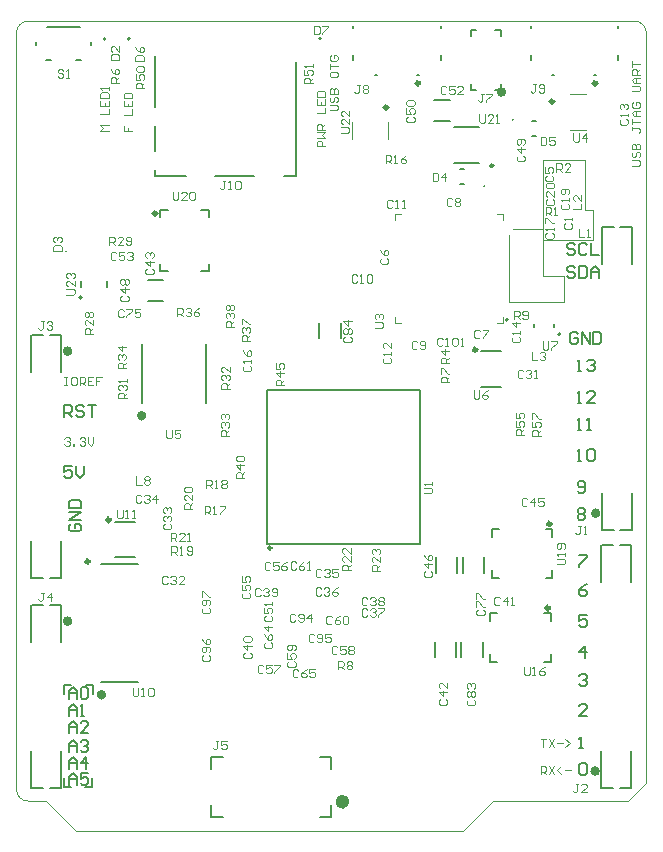
<source format=gto>
%FSLAX44Y44*%
%MOMM*%
G71*
G01*
G75*
G04 Layer_Color=65535*
%ADD10C,0.1500*%
G04:AMPARAMS|DCode=11|XSize=1.82mm|YSize=1.07mm|CornerRadius=0.107mm|HoleSize=0mm|Usage=FLASHONLY|Rotation=180.000|XOffset=0mm|YOffset=0mm|HoleType=Round|Shape=RoundedRectangle|*
%AMROUNDEDRECTD11*
21,1,1.8200,0.8560,0,0,180.0*
21,1,1.6060,1.0700,0,0,180.0*
1,1,0.2140,-0.8030,0.4280*
1,1,0.2140,0.8030,0.4280*
1,1,0.2140,0.8030,-0.4280*
1,1,0.2140,-0.8030,-0.4280*
%
%ADD11ROUNDEDRECTD11*%
G04:AMPARAMS|DCode=12|XSize=0.8mm|YSize=0.8mm|CornerRadius=0.08mm|HoleSize=0mm|Usage=FLASHONLY|Rotation=0.000|XOffset=0mm|YOffset=0mm|HoleType=Round|Shape=RoundedRectangle|*
%AMROUNDEDRECTD12*
21,1,0.8000,0.6400,0,0,0.0*
21,1,0.6400,0.8000,0,0,0.0*
1,1,0.1600,0.3200,-0.3200*
1,1,0.1600,-0.3200,-0.3200*
1,1,0.1600,-0.3200,0.3200*
1,1,0.1600,0.3200,0.3200*
%
%ADD12ROUNDEDRECTD12*%
G04:AMPARAMS|DCode=13|XSize=2mm|YSize=1.1mm|CornerRadius=0.11mm|HoleSize=0mm|Usage=FLASHONLY|Rotation=0.000|XOffset=0mm|YOffset=0mm|HoleType=Round|Shape=RoundedRectangle|*
%AMROUNDEDRECTD13*
21,1,2.0000,0.8800,0,0,0.0*
21,1,1.7800,1.1000,0,0,0.0*
1,1,0.2200,0.8900,-0.4400*
1,1,0.2200,-0.8900,-0.4400*
1,1,0.2200,-0.8900,0.4400*
1,1,0.2200,0.8900,0.4400*
%
%ADD13ROUNDEDRECTD13*%
G04:AMPARAMS|DCode=14|XSize=0.6mm|YSize=0.5mm|CornerRadius=0.05mm|HoleSize=0mm|Usage=FLASHONLY|Rotation=180.000|XOffset=0mm|YOffset=0mm|HoleType=Round|Shape=RoundedRectangle|*
%AMROUNDEDRECTD14*
21,1,0.6000,0.4000,0,0,180.0*
21,1,0.5000,0.5000,0,0,180.0*
1,1,0.1000,-0.2500,0.2000*
1,1,0.1000,0.2500,0.2000*
1,1,0.1000,0.2500,-0.2000*
1,1,0.1000,-0.2500,-0.2000*
%
%ADD14ROUNDEDRECTD14*%
G04:AMPARAMS|DCode=15|XSize=0.4mm|YSize=0.37mm|CornerRadius=0.037mm|HoleSize=0mm|Usage=FLASHONLY|Rotation=180.000|XOffset=0mm|YOffset=0mm|HoleType=Round|Shape=RoundedRectangle|*
%AMROUNDEDRECTD15*
21,1,0.4000,0.2960,0,0,180.0*
21,1,0.3260,0.3700,0,0,180.0*
1,1,0.0740,-0.1630,0.1480*
1,1,0.0740,0.1630,0.1480*
1,1,0.0740,0.1630,-0.1480*
1,1,0.0740,-0.1630,-0.1480*
%
%ADD15ROUNDEDRECTD15*%
G04:AMPARAMS|DCode=16|XSize=0.4mm|YSize=0.37mm|CornerRadius=0.037mm|HoleSize=0mm|Usage=FLASHONLY|Rotation=90.000|XOffset=0mm|YOffset=0mm|HoleType=Round|Shape=RoundedRectangle|*
%AMROUNDEDRECTD16*
21,1,0.4000,0.2960,0,0,90.0*
21,1,0.3260,0.3700,0,0,90.0*
1,1,0.0740,0.1480,0.1630*
1,1,0.0740,0.1480,-0.1630*
1,1,0.0740,-0.1480,-0.1630*
1,1,0.0740,-0.1480,0.1630*
%
%ADD16ROUNDEDRECTD16*%
G04:AMPARAMS|DCode=17|XSize=1.38mm|YSize=1.05mm|CornerRadius=0.105mm|HoleSize=0mm|Usage=FLASHONLY|Rotation=180.000|XOffset=0mm|YOffset=0mm|HoleType=Round|Shape=RoundedRectangle|*
%AMROUNDEDRECTD17*
21,1,1.3800,0.8400,0,0,180.0*
21,1,1.1700,1.0500,0,0,180.0*
1,1,0.2100,-0.5850,0.4200*
1,1,0.2100,0.5850,0.4200*
1,1,0.2100,0.5850,-0.4200*
1,1,0.2100,-0.5850,-0.4200*
%
%ADD17ROUNDEDRECTD17*%
%ADD18O,1.4000X0.6000*%
G04:AMPARAMS|DCode=19|XSize=1mm|YSize=1mm|CornerRadius=0.25mm|HoleSize=0mm|Usage=FLASHONLY|Rotation=180.000|XOffset=0mm|YOffset=0mm|HoleType=Round|Shape=RoundedRectangle|*
%AMROUNDEDRECTD19*
21,1,1.0000,0.5000,0,0,180.0*
21,1,0.5000,1.0000,0,0,180.0*
1,1,0.5000,-0.2500,0.2500*
1,1,0.5000,0.2500,0.2500*
1,1,0.5000,0.2500,-0.2500*
1,1,0.5000,-0.2500,-0.2500*
%
%ADD19ROUNDEDRECTD19*%
G04:AMPARAMS|DCode=20|XSize=1mm|YSize=1.4mm|CornerRadius=0.25mm|HoleSize=0mm|Usage=FLASHONLY|Rotation=180.000|XOffset=0mm|YOffset=0mm|HoleType=Round|Shape=RoundedRectangle|*
%AMROUNDEDRECTD20*
21,1,1.0000,0.9000,0,0,180.0*
21,1,0.5000,1.4000,0,0,180.0*
1,1,0.5000,-0.2500,0.4500*
1,1,0.5000,0.2500,0.4500*
1,1,0.5000,0.2500,-0.4500*
1,1,0.5000,-0.2500,-0.4500*
%
%ADD20ROUNDEDRECTD20*%
%ADD21O,0.8200X0.2700*%
%ADD22O,0.2700X0.8200*%
%ADD23R,4.4500X4.4500*%
%ADD24R,0.7400X0.5400*%
G04:AMPARAMS|DCode=25|XSize=0.93mm|YSize=0.89mm|CornerRadius=0.089mm|HoleSize=0mm|Usage=FLASHONLY|Rotation=180.000|XOffset=0mm|YOffset=0mm|HoleType=Round|Shape=RoundedRectangle|*
%AMROUNDEDRECTD25*
21,1,0.9300,0.7120,0,0,180.0*
21,1,0.7520,0.8900,0,0,180.0*
1,1,0.1780,-0.3760,0.3560*
1,1,0.1780,0.3760,0.3560*
1,1,0.1780,0.3760,-0.3560*
1,1,0.1780,-0.3760,-0.3560*
%
%ADD25ROUNDEDRECTD25*%
G04:AMPARAMS|DCode=26|XSize=1.9mm|YSize=1.35mm|CornerRadius=0.135mm|HoleSize=0mm|Usage=FLASHONLY|Rotation=180.000|XOffset=0mm|YOffset=0mm|HoleType=Round|Shape=RoundedRectangle|*
%AMROUNDEDRECTD26*
21,1,1.9000,1.0800,0,0,180.0*
21,1,1.6300,1.3500,0,0,180.0*
1,1,0.2700,-0.8150,0.5400*
1,1,0.2700,0.8150,0.5400*
1,1,0.2700,0.8150,-0.5400*
1,1,0.2700,-0.8150,-0.5400*
%
%ADD26ROUNDEDRECTD26*%
G04:AMPARAMS|DCode=27|XSize=1.2mm|YSize=1mm|CornerRadius=0.1mm|HoleSize=0mm|Usage=FLASHONLY|Rotation=180.000|XOffset=0mm|YOffset=0mm|HoleType=Round|Shape=RoundedRectangle|*
%AMROUNDEDRECTD27*
21,1,1.2000,0.8000,0,0,180.0*
21,1,1.0000,1.0000,0,0,180.0*
1,1,0.2000,-0.5000,0.4000*
1,1,0.2000,0.5000,0.4000*
1,1,0.2000,0.5000,-0.4000*
1,1,0.2000,-0.5000,-0.4000*
%
%ADD27ROUNDEDRECTD27*%
G04:AMPARAMS|DCode=28|XSize=0.75mm|YSize=1.1mm|CornerRadius=0.075mm|HoleSize=0mm|Usage=FLASHONLY|Rotation=180.000|XOffset=0mm|YOffset=0mm|HoleType=Round|Shape=RoundedRectangle|*
%AMROUNDEDRECTD28*
21,1,0.7500,0.9500,0,0,180.0*
21,1,0.6000,1.1000,0,0,180.0*
1,1,0.1500,-0.3000,0.4750*
1,1,0.1500,0.3000,0.4750*
1,1,0.1500,0.3000,-0.4750*
1,1,0.1500,-0.3000,-0.4750*
%
%ADD28ROUNDEDRECTD28*%
G04:AMPARAMS|DCode=29|XSize=1.8mm|YSize=1.17mm|CornerRadius=0.117mm|HoleSize=0mm|Usage=FLASHONLY|Rotation=90.000|XOffset=0mm|YOffset=0mm|HoleType=Round|Shape=RoundedRectangle|*
%AMROUNDEDRECTD29*
21,1,1.8000,0.9360,0,0,90.0*
21,1,1.5660,1.1700,0,0,90.0*
1,1,0.2340,0.4680,0.7830*
1,1,0.2340,0.4680,-0.7830*
1,1,0.2340,-0.4680,-0.7830*
1,1,0.2340,-0.4680,0.7830*
%
%ADD29ROUNDEDRECTD29*%
G04:AMPARAMS|DCode=30|XSize=1.55mm|YSize=1.35mm|CornerRadius=0.135mm|HoleSize=0mm|Usage=FLASHONLY|Rotation=180.000|XOffset=0mm|YOffset=0mm|HoleType=Round|Shape=RoundedRectangle|*
%AMROUNDEDRECTD30*
21,1,1.5500,1.0800,0,0,180.0*
21,1,1.2800,1.3500,0,0,180.0*
1,1,0.2700,-0.6400,0.5400*
1,1,0.2700,0.6400,0.5400*
1,1,0.2700,0.6400,-0.5400*
1,1,0.2700,-0.6400,-0.5400*
%
%ADD30ROUNDEDRECTD30*%
%ADD31C,0.3500*%
G04:AMPARAMS|DCode=32|XSize=0.6mm|YSize=0.5mm|CornerRadius=0.05mm|HoleSize=0mm|Usage=FLASHONLY|Rotation=90.000|XOffset=0mm|YOffset=0mm|HoleType=Round|Shape=RoundedRectangle|*
%AMROUNDEDRECTD32*
21,1,0.6000,0.4000,0,0,90.0*
21,1,0.5000,0.5000,0,0,90.0*
1,1,0.1000,0.2000,0.2500*
1,1,0.1000,0.2000,-0.2500*
1,1,0.1000,-0.2000,-0.2500*
1,1,0.1000,-0.2000,0.2500*
%
%ADD32ROUNDEDRECTD32*%
G04:AMPARAMS|DCode=33|XSize=0.41mm|YSize=0.37mm|CornerRadius=0.037mm|HoleSize=0mm|Usage=FLASHONLY|Rotation=180.000|XOffset=0mm|YOffset=0mm|HoleType=Round|Shape=RoundedRectangle|*
%AMROUNDEDRECTD33*
21,1,0.4100,0.2960,0,0,180.0*
21,1,0.3360,0.3700,0,0,180.0*
1,1,0.0740,-0.1680,0.1480*
1,1,0.0740,0.1680,0.1480*
1,1,0.0740,0.1680,-0.1480*
1,1,0.0740,-0.1680,-0.1480*
%
%ADD33ROUNDEDRECTD33*%
G04:AMPARAMS|DCode=34|XSize=0.3mm|YSize=0.6mm|CornerRadius=0.0495mm|HoleSize=0mm|Usage=FLASHONLY|Rotation=90.000|XOffset=0mm|YOffset=0mm|HoleType=Round|Shape=RoundedRectangle|*
%AMROUNDEDRECTD34*
21,1,0.3000,0.5010,0,0,90.0*
21,1,0.2010,0.6000,0,0,90.0*
1,1,0.0990,0.2505,0.1005*
1,1,0.0990,0.2505,-0.1005*
1,1,0.0990,-0.2505,-0.1005*
1,1,0.0990,-0.2505,0.1005*
%
%ADD34ROUNDEDRECTD34*%
G04:AMPARAMS|DCode=35|XSize=0.3mm|YSize=0.6mm|CornerRadius=0.0495mm|HoleSize=0mm|Usage=FLASHONLY|Rotation=0.000|XOffset=0mm|YOffset=0mm|HoleType=Round|Shape=RoundedRectangle|*
%AMROUNDEDRECTD35*
21,1,0.3000,0.5010,0,0,0.0*
21,1,0.2010,0.6000,0,0,0.0*
1,1,0.0990,0.1005,-0.2505*
1,1,0.0990,-0.1005,-0.2505*
1,1,0.0990,-0.1005,0.2505*
1,1,0.0990,0.1005,0.2505*
%
%ADD35ROUNDEDRECTD35*%
%ADD36R,0.9000X2.2500*%
%ADD37R,2.2500X0.9000*%
%ADD38R,1.5500X1.8500*%
%ADD39O,1.4500X0.4500*%
G04:AMPARAMS|DCode=40|XSize=1mm|YSize=1.4mm|CornerRadius=0.25mm|HoleSize=0mm|Usage=FLASHONLY|Rotation=90.000|XOffset=0mm|YOffset=0mm|HoleType=Round|Shape=RoundedRectangle|*
%AMROUNDEDRECTD40*
21,1,1.0000,0.9000,0,0,90.0*
21,1,0.5000,1.4000,0,0,90.0*
1,1,0.5000,0.4500,0.2500*
1,1,0.5000,0.4500,-0.2500*
1,1,0.5000,-0.4500,-0.2500*
1,1,0.5000,-0.4500,0.2500*
%
%ADD40ROUNDEDRECTD40*%
G04:AMPARAMS|DCode=41|XSize=1mm|YSize=1mm|CornerRadius=0.25mm|HoleSize=0mm|Usage=FLASHONLY|Rotation=90.000|XOffset=0mm|YOffset=0mm|HoleType=Round|Shape=RoundedRectangle|*
%AMROUNDEDRECTD41*
21,1,1.0000,0.5000,0,0,90.0*
21,1,0.5000,1.0000,0,0,90.0*
1,1,0.5000,0.2500,0.2500*
1,1,0.5000,0.2500,-0.2500*
1,1,0.5000,-0.2500,-0.2500*
1,1,0.5000,-0.2500,0.2500*
%
%ADD41ROUNDEDRECTD41*%
%ADD42O,0.4000X0.9500*%
%ADD43O,0.6000X1.6000*%
G04:AMPARAMS|DCode=44|XSize=1.82mm|YSize=1.07mm|CornerRadius=0.107mm|HoleSize=0mm|Usage=FLASHONLY|Rotation=270.000|XOffset=0mm|YOffset=0mm|HoleType=Round|Shape=RoundedRectangle|*
%AMROUNDEDRECTD44*
21,1,1.8200,0.8560,0,0,270.0*
21,1,1.6060,1.0700,0,0,270.0*
1,1,0.2140,-0.4280,-0.8030*
1,1,0.2140,-0.4280,0.8030*
1,1,0.2140,0.4280,0.8030*
1,1,0.2140,0.4280,-0.8030*
%
%ADD44ROUNDEDRECTD44*%
%ADD45C,1.0000*%
G04:AMPARAMS|DCode=46|XSize=2.1mm|YSize=1.6mm|CornerRadius=0.4mm|HoleSize=0mm|Usage=FLASHONLY|Rotation=180.000|XOffset=0mm|YOffset=0mm|HoleType=Round|Shape=RoundedRectangle|*
%AMROUNDEDRECTD46*
21,1,2.1000,0.8000,0,0,180.0*
21,1,1.3000,1.6000,0,0,180.0*
1,1,0.8000,-0.6500,0.4000*
1,1,0.8000,0.6500,0.4000*
1,1,0.8000,0.6500,-0.4000*
1,1,0.8000,-0.6500,-0.4000*
%
%ADD46ROUNDEDRECTD46*%
%ADD47O,0.4000X1.3500*%
G04:AMPARAMS|DCode=48|XSize=1.8mm|YSize=1.9mm|CornerRadius=0.45mm|HoleSize=0mm|Usage=FLASHONLY|Rotation=180.000|XOffset=0mm|YOffset=0mm|HoleType=Round|Shape=RoundedRectangle|*
%AMROUNDEDRECTD48*
21,1,1.8000,1.0000,0,0,180.0*
21,1,0.9000,1.9000,0,0,180.0*
1,1,0.9000,-0.4500,0.5000*
1,1,0.9000,0.4500,0.5000*
1,1,0.9000,0.4500,-0.5000*
1,1,0.9000,-0.4500,-0.5000*
%
%ADD48ROUNDEDRECTD48*%
%ADD49R,1.9000X1.9000*%
G04:AMPARAMS|DCode=50|XSize=0.9mm|YSize=0.8mm|CornerRadius=0.08mm|HoleSize=0mm|Usage=FLASHONLY|Rotation=90.000|XOffset=0mm|YOffset=0mm|HoleType=Round|Shape=RoundedRectangle|*
%AMROUNDEDRECTD50*
21,1,0.9000,0.6400,0,0,90.0*
21,1,0.7400,0.8000,0,0,90.0*
1,1,0.1600,0.3200,0.3700*
1,1,0.1600,0.3200,-0.3700*
1,1,0.1600,-0.3200,-0.3700*
1,1,0.1600,-0.3200,0.3700*
%
%ADD50ROUNDEDRECTD50*%
G04:AMPARAMS|DCode=51|XSize=0.9mm|YSize=1mm|CornerRadius=0.09mm|HoleSize=0mm|Usage=FLASHONLY|Rotation=180.000|XOffset=0mm|YOffset=0mm|HoleType=Round|Shape=RoundedRectangle|*
%AMROUNDEDRECTD51*
21,1,0.9000,0.8200,0,0,180.0*
21,1,0.7200,1.0000,0,0,180.0*
1,1,0.1800,-0.3600,0.4100*
1,1,0.1800,0.3600,0.4100*
1,1,0.1800,0.3600,-0.4100*
1,1,0.1800,-0.3600,-0.4100*
%
%ADD51ROUNDEDRECTD51*%
G04:AMPARAMS|DCode=52|XSize=1.7mm|YSize=0.55mm|CornerRadius=0.055mm|HoleSize=0mm|Usage=FLASHONLY|Rotation=180.000|XOffset=0mm|YOffset=0mm|HoleType=Round|Shape=RoundedRectangle|*
%AMROUNDEDRECTD52*
21,1,1.7000,0.4400,0,0,180.0*
21,1,1.5900,0.5500,0,0,180.0*
1,1,0.1100,-0.7950,0.2200*
1,1,0.1100,0.7950,0.2200*
1,1,0.1100,0.7950,-0.2200*
1,1,0.1100,-0.7950,-0.2200*
%
%ADD52ROUNDEDRECTD52*%
%ADD53O,1.5500X0.6000*%
G04:AMPARAMS|DCode=54|XSize=0.93mm|YSize=0.89mm|CornerRadius=0.089mm|HoleSize=0mm|Usage=FLASHONLY|Rotation=90.000|XOffset=0mm|YOffset=0mm|HoleType=Round|Shape=RoundedRectangle|*
%AMROUNDEDRECTD54*
21,1,0.9300,0.7120,0,0,90.0*
21,1,0.7520,0.8900,0,0,90.0*
1,1,0.1780,0.3560,0.3760*
1,1,0.1780,0.3560,-0.3760*
1,1,0.1780,-0.3560,-0.3760*
1,1,0.1780,-0.3560,0.3760*
%
%ADD54ROUNDEDRECTD54*%
%ADD55C,0.1000*%
%ADD56C,0.2000*%
%ADD57C,0.5000*%
%ADD58C,0.3000*%
%ADD59C,0.4000*%
%ADD60C,0.0750*%
%ADD61C,0.0800*%
%ADD62C,0.7000*%
%ADD63C,0.1200*%
%ADD64C,1.5000*%
%ADD65R,1.3500X1.3500*%
%ADD66R,1.5000X1.5000*%
%ADD67R,1.5000X1.5000*%
%ADD68C,0.4500*%
%ADD69C,0.6000*%
G04:AMPARAMS|DCode=70|XSize=1.38mm|YSize=1.05mm|CornerRadius=0.105mm|HoleSize=0mm|Usage=FLASHONLY|Rotation=270.000|XOffset=0mm|YOffset=0mm|HoleType=Round|Shape=RoundedRectangle|*
%AMROUNDEDRECTD70*
21,1,1.3800,0.8400,0,0,270.0*
21,1,1.1700,1.0500,0,0,270.0*
1,1,0.2100,-0.4200,-0.5850*
1,1,0.2100,-0.4200,0.5850*
1,1,0.2100,0.4200,0.5850*
1,1,0.2100,0.4200,-0.5850*
%
%ADD70ROUNDEDRECTD70*%
%ADD71O,0.2600X0.9000*%
%ADD72O,0.9000X0.2600*%
%ADD73R,3.4500X3.4500*%
%ADD74C,0.2500*%
%ADD75C,0.2500*%
D10*
X64200Y37400D02*
Y45400D01*
X58400Y37400D02*
X64200D01*
X65100Y116100D02*
Y124100D01*
X59300D02*
X65100D01*
X40400Y116000D02*
Y124000D01*
X46200D01*
X40200Y37400D02*
X46000D01*
X40200D02*
Y45400D01*
X475265Y420631D02*
X473598Y422297D01*
X470266D01*
X468600Y420631D01*
Y413966D01*
X470266Y412300D01*
X473598D01*
X475265Y413966D01*
Y417298D01*
X471932D01*
X478597Y412300D02*
Y422297D01*
X485261Y412300D01*
Y422297D01*
X488594D02*
Y412300D01*
X493592D01*
X495258Y413966D01*
Y420631D01*
X493592Y422297D01*
X488594D01*
X475100Y313700D02*
X478432D01*
X476766D01*
Y323697D01*
X475100Y322031D01*
X483431D02*
X485097Y323697D01*
X488429D01*
X490095Y322031D01*
Y315366D01*
X488429Y313700D01*
X485097D01*
X483431Y315366D01*
Y322031D01*
X475100Y339400D02*
X478432D01*
X476766D01*
Y349397D01*
X475100Y347731D01*
X483431Y339400D02*
X486763D01*
X485097D01*
Y349397D01*
X483431Y347731D01*
X475100Y362900D02*
X478432D01*
X476766D01*
Y372897D01*
X475100Y371231D01*
X490095Y362900D02*
X483431D01*
X490095Y369565D01*
Y371231D01*
X488429Y372897D01*
X485097D01*
X483431Y371231D01*
X475100Y389300D02*
X478432D01*
X476766D01*
Y399297D01*
X475100Y397631D01*
X483431D02*
X485097Y399297D01*
X488429D01*
X490095Y397631D01*
Y395965D01*
X488429Y394298D01*
X486763D01*
X488429D01*
X490095Y392632D01*
Y390966D01*
X488429Y389300D01*
X485097D01*
X483431Y390966D01*
X475100Y287966D02*
X476766Y286300D01*
X480098D01*
X481764Y287966D01*
Y294631D01*
X480098Y296297D01*
X476766D01*
X475100Y294631D01*
Y292964D01*
X476766Y291298D01*
X481764D01*
X475100Y272031D02*
X476766Y273697D01*
X480098D01*
X481764Y272031D01*
Y270364D01*
X480098Y268698D01*
X481764Y267032D01*
Y265366D01*
X480098Y263700D01*
X476766D01*
X475100Y265366D01*
Y267032D01*
X476766Y268698D01*
X475100Y270364D01*
Y272031D01*
X476766Y268698D02*
X480098D01*
X473164Y476831D02*
X471498Y478497D01*
X468166D01*
X466500Y476831D01*
Y475164D01*
X468166Y473498D01*
X471498D01*
X473164Y471832D01*
Y470166D01*
X471498Y468500D01*
X468166D01*
X466500Y470166D01*
X476497Y478497D02*
Y468500D01*
X481495D01*
X483161Y470166D01*
Y476831D01*
X481495Y478497D01*
X476497D01*
X486494Y468500D02*
Y475164D01*
X489826Y478497D01*
X493158Y475164D01*
Y468500D01*
Y473498D01*
X486494D01*
X476300Y233697D02*
X482965D01*
Y232031D01*
X476300Y225366D01*
Y223700D01*
Y55731D02*
X477966Y57397D01*
X481298D01*
X482965Y55731D01*
Y49066D01*
X481298Y47400D01*
X477966D01*
X476300Y49066D01*
Y55731D01*
Y70000D02*
X479632D01*
X477966D01*
Y79997D01*
X476300Y78331D01*
X482965Y208897D02*
X479632Y207231D01*
X476300Y203898D01*
Y200566D01*
X477966Y198900D01*
X481298D01*
X482965Y200566D01*
Y202232D01*
X481298Y203898D01*
X476300D01*
X482965Y182997D02*
X476300D01*
Y177998D01*
X479632Y179664D01*
X481298D01*
X482965Y177998D01*
Y174666D01*
X481298Y173000D01*
X477966D01*
X476300Y174666D01*
X481298Y146600D02*
Y156597D01*
X476300Y151598D01*
X482965D01*
X476300Y131431D02*
X477966Y133097D01*
X481298D01*
X482965Y131431D01*
Y129764D01*
X481298Y128098D01*
X479632D01*
X481298D01*
X482965Y126432D01*
Y124766D01*
X481298Y123100D01*
X477966D01*
X476300Y124766D01*
X482965Y97400D02*
X476300D01*
X482965Y104065D01*
Y105731D01*
X481298Y107397D01*
X477966D01*
X476300Y105731D01*
X40700Y350400D02*
Y360397D01*
X45698D01*
X47365Y358731D01*
Y355398D01*
X45698Y353732D01*
X40700D01*
X44032D02*
X47365Y350400D01*
X57361Y358731D02*
X55695Y360397D01*
X52363D01*
X50697Y358731D01*
Y357065D01*
X52363Y355398D01*
X55695D01*
X57361Y353732D01*
Y352066D01*
X55695Y350400D01*
X52363D01*
X50697Y352066D01*
X60694Y360397D02*
X67358D01*
X64026D01*
Y350400D01*
X47365Y309197D02*
X40700D01*
Y304198D01*
X44032Y305865D01*
X45698D01*
X47365Y304198D01*
Y300866D01*
X45698Y299200D01*
X42366D01*
X40700Y300866D01*
X50697Y309197D02*
Y302532D01*
X54029Y299200D01*
X57361Y302532D01*
Y309197D01*
X45969Y260364D02*
X44303Y258698D01*
Y255366D01*
X45969Y253700D01*
X52634D01*
X54300Y255366D01*
Y258698D01*
X52634Y260364D01*
X49302D01*
Y257032D01*
X54300Y263697D02*
X44303D01*
X54300Y270361D01*
X44303D01*
Y273694D02*
X54300D01*
Y278692D01*
X52634Y280358D01*
X45969D01*
X44303Y278692D01*
Y273694D01*
X44300Y111800D02*
Y118464D01*
X47632Y121797D01*
X50964Y118464D01*
Y111800D01*
Y116798D01*
X44300D01*
X54297Y120131D02*
X55963Y121797D01*
X59295D01*
X60961Y120131D01*
Y113466D01*
X59295Y111800D01*
X55963D01*
X54297Y113466D01*
Y120131D01*
X44300Y97700D02*
Y104365D01*
X47632Y107697D01*
X50964Y104365D01*
Y97700D01*
Y102698D01*
X44300D01*
X54297Y97700D02*
X57629D01*
X55963D01*
Y107697D01*
X54297Y106031D01*
X44300Y83000D02*
Y89664D01*
X47632Y92997D01*
X50964Y89664D01*
Y83000D01*
Y87998D01*
X44300D01*
X60961Y83000D02*
X54297D01*
X60961Y89664D01*
Y91331D01*
X59295Y92997D01*
X55963D01*
X54297Y91331D01*
X44300Y67400D02*
Y74064D01*
X47632Y77397D01*
X50964Y74064D01*
Y67400D01*
Y72398D01*
X44300D01*
X54297Y75731D02*
X55963Y77397D01*
X59295D01*
X60961Y75731D01*
Y74064D01*
X59295Y72398D01*
X57629D01*
X59295D01*
X60961Y70732D01*
Y69066D01*
X59295Y67400D01*
X55963D01*
X54297Y69066D01*
X44300Y52700D02*
Y59365D01*
X47632Y62697D01*
X50964Y59365D01*
Y52700D01*
Y57698D01*
X44300D01*
X59295Y52700D02*
Y62697D01*
X54297Y57698D01*
X60961D01*
X44300Y39400D02*
Y46065D01*
X47632Y49397D01*
X50964Y46065D01*
Y39400D01*
Y44398D01*
X44300D01*
X60961Y49397D02*
X54297D01*
Y44398D01*
X57629Y46065D01*
X59295D01*
X60961Y44398D01*
Y41066D01*
X59295Y39400D01*
X55963D01*
X54297Y41066D01*
X473164Y496531D02*
X471498Y498197D01*
X468166D01*
X466500Y496531D01*
Y494865D01*
X468166Y493198D01*
X471498D01*
X473164Y491532D01*
Y489866D01*
X471498Y488200D01*
X468166D01*
X466500Y489866D01*
X483161Y496531D02*
X481495Y498197D01*
X478163D01*
X476497Y496531D01*
Y489866D01*
X478163Y488200D01*
X481495D01*
X483161Y489866D01*
X486494Y498197D02*
Y488200D01*
X493158D01*
D55*
X445800Y500400D02*
X488600D01*
Y526100D01*
X481200D02*
X488600D01*
X481200D02*
Y568400D01*
X445800D02*
X481200D01*
X445800Y500400D02*
Y568400D01*
X416700Y448200D02*
Y505100D01*
X416800Y448100D02*
X417900D01*
X416700Y448200D02*
X416800Y448100D01*
X420300Y510100D02*
X445800D01*
Y469700D02*
Y510100D01*
Y469700D02*
X463300D01*
Y448100D02*
Y469700D01*
X417900Y448100D02*
X463300D01*
X278069Y418665D02*
X276902Y417499D01*
Y415166D01*
X278069Y414000D01*
X282734D01*
X283900Y415166D01*
Y417499D01*
X282734Y418665D01*
X278069Y420998D02*
X276902Y422164D01*
Y424497D01*
X278069Y425663D01*
X279235D01*
X280401Y424497D01*
X281567Y425663D01*
X282734D01*
X283900Y424497D01*
Y422164D01*
X282734Y420998D01*
X281567D01*
X280401Y422164D01*
X279235Y420998D01*
X278069D01*
X280401Y422164D02*
Y424497D01*
X283900Y431494D02*
X276902D01*
X280401Y427995D01*
Y432661D01*
X382468Y111365D02*
X381302Y110199D01*
Y107866D01*
X382468Y106700D01*
X387134D01*
X388300Y107866D01*
Y110199D01*
X387134Y111365D01*
X382468Y113698D02*
X381302Y114864D01*
Y117197D01*
X382468Y118363D01*
X383635D01*
X384801Y117197D01*
X385967Y118363D01*
X387134D01*
X388300Y117197D01*
Y114864D01*
X387134Y113698D01*
X385967D01*
X384801Y114864D01*
X383635Y113698D01*
X382468D01*
X384801Y114864D02*
Y117197D01*
X382468Y120695D02*
X381302Y121862D01*
Y124194D01*
X382468Y125361D01*
X383635D01*
X384801Y124194D01*
Y123028D01*
Y124194D01*
X385967Y125361D01*
X387134D01*
X388300Y124194D01*
Y121862D01*
X387134Y120695D01*
X390569Y187465D02*
X389402Y186299D01*
Y183966D01*
X390569Y182800D01*
X395234D01*
X396400Y183966D01*
Y186299D01*
X395234Y187465D01*
X389402Y189798D02*
Y194463D01*
X390569D01*
X395234Y189798D01*
X396400D01*
X389402Y196796D02*
Y201461D01*
X390569D01*
X395234Y196796D01*
X396400D01*
X444100Y587698D02*
Y580700D01*
X447599D01*
X448765Y581866D01*
Y586531D01*
X447599Y587698D01*
X444100D01*
X455763D02*
X451098D01*
Y584199D01*
X453430Y585365D01*
X454597D01*
X455763Y584199D01*
Y581866D01*
X454597Y580700D01*
X452264D01*
X451098Y581866D01*
X193100Y299100D02*
X186102D01*
Y302599D01*
X187269Y303765D01*
X189601D01*
X190767Y302599D01*
Y299100D01*
Y301433D02*
X193100Y303765D01*
Y309597D02*
X186102D01*
X189601Y306098D01*
Y310763D01*
X187269Y313095D02*
X186102Y314262D01*
Y316594D01*
X187269Y317761D01*
X191934D01*
X193100Y316594D01*
Y314262D01*
X191934Y313095D01*
X187269D01*
X184200Y427100D02*
X177202D01*
Y430599D01*
X178369Y431765D01*
X180701D01*
X181867Y430599D01*
Y427100D01*
Y429433D02*
X184200Y431765D01*
X178369Y434098D02*
X177202Y435264D01*
Y437597D01*
X178369Y438763D01*
X179535D01*
X180701Y437597D01*
Y436430D01*
Y437597D01*
X181867Y438763D01*
X183034D01*
X184200Y437597D01*
Y435264D01*
X183034Y434098D01*
X178369Y441096D02*
X177202Y442262D01*
Y444594D01*
X178369Y445761D01*
X179535D01*
X180701Y444594D01*
X181867Y445761D01*
X183034D01*
X184200Y444594D01*
Y442262D01*
X183034Y441096D01*
X181867D01*
X180701Y442262D01*
X179535Y441096D01*
X178369D01*
X180701Y442262D02*
Y444594D01*
X197700Y415000D02*
X190702D01*
Y418499D01*
X191868Y419665D01*
X194201D01*
X195367Y418499D01*
Y415000D01*
Y417333D02*
X197700Y419665D01*
X191868Y421998D02*
X190702Y423164D01*
Y425497D01*
X191868Y426663D01*
X193035D01*
X194201Y425497D01*
Y424330D01*
Y425497D01*
X195367Y426663D01*
X196534D01*
X197700Y425497D01*
Y423164D01*
X196534Y421998D01*
X190702Y428996D02*
Y433661D01*
X191868D01*
X196534Y428996D01*
X197700D01*
X92700Y392100D02*
X85702D01*
Y395599D01*
X86868Y396765D01*
X89201D01*
X90367Y395599D01*
Y392100D01*
Y394433D02*
X92700Y396765D01*
X86868Y399098D02*
X85702Y400264D01*
Y402597D01*
X86868Y403763D01*
X88035D01*
X89201Y402597D01*
Y401430D01*
Y402597D01*
X90367Y403763D01*
X91534D01*
X92700Y402597D01*
Y400264D01*
X91534Y399098D01*
X92700Y409594D02*
X85702D01*
X89201Y406096D01*
Y410761D01*
X180200Y334700D02*
X173202D01*
Y338199D01*
X174368Y339365D01*
X176701D01*
X177867Y338199D01*
Y334700D01*
Y337033D02*
X180200Y339365D01*
X174368Y341698D02*
X173202Y342864D01*
Y345197D01*
X174368Y346363D01*
X175535D01*
X176701Y345197D01*
Y344030D01*
Y345197D01*
X177867Y346363D01*
X179034D01*
X180200Y345197D01*
Y342864D01*
X179034Y341698D01*
X174368Y348695D02*
X173202Y349862D01*
Y352194D01*
X174368Y353361D01*
X175535D01*
X176701Y352194D01*
Y351028D01*
Y352194D01*
X177867Y353361D01*
X179034D01*
X180200Y352194D01*
Y349862D01*
X179034Y348695D01*
X180600Y374600D02*
X173602D01*
Y378099D01*
X174769Y379265D01*
X177101D01*
X178267Y378099D01*
Y374600D01*
Y376933D02*
X180600Y379265D01*
X174769Y381598D02*
X173602Y382764D01*
Y385097D01*
X174769Y386263D01*
X175935D01*
X177101Y385097D01*
Y383930D01*
Y385097D01*
X178267Y386263D01*
X179434D01*
X180600Y385097D01*
Y382764D01*
X179434Y381598D01*
X180600Y393261D02*
Y388596D01*
X175935Y393261D01*
X174769D01*
X173602Y392094D01*
Y389762D01*
X174769Y388596D01*
X93400Y366300D02*
X86402D01*
Y369799D01*
X87569Y370965D01*
X89901D01*
X91067Y369799D01*
Y366300D01*
Y368633D02*
X93400Y370965D01*
X87569Y373298D02*
X86402Y374464D01*
Y376797D01*
X87569Y377963D01*
X88735D01*
X89901Y376797D01*
Y375630D01*
Y376797D01*
X91067Y377963D01*
X92234D01*
X93400Y376797D01*
Y374464D01*
X92234Y373298D01*
X93400Y380295D02*
Y382628D01*
Y381462D01*
X86402D01*
X87569Y380295D01*
X210968Y159765D02*
X209802Y158599D01*
Y156266D01*
X210968Y155100D01*
X215634D01*
X216800Y156266D01*
Y158599D01*
X215634Y159765D01*
X209802Y166763D02*
X210968Y164430D01*
X213301Y162098D01*
X215634D01*
X216800Y163264D01*
Y165597D01*
X215634Y166763D01*
X214467D01*
X213301Y165597D01*
Y162098D01*
X216800Y172594D02*
X209802D01*
X213301Y169095D01*
Y173761D01*
X267165Y181231D02*
X265999Y182398D01*
X263666D01*
X262500Y181231D01*
Y176566D01*
X263666Y175400D01*
X265999D01*
X267165Y176566D01*
X274163Y182398D02*
X271830Y181231D01*
X269498Y178899D01*
Y176566D01*
X270664Y175400D01*
X272997D01*
X274163Y176566D01*
Y177733D01*
X272997Y178899D01*
X269498D01*
X276495Y181231D02*
X277662Y182398D01*
X279994D01*
X281161Y181231D01*
Y176566D01*
X279994Y175400D01*
X277662D01*
X276495Y176566D01*
Y181231D01*
X230669Y143665D02*
X229502Y142499D01*
Y140166D01*
X230669Y139000D01*
X235334D01*
X236500Y140166D01*
Y142499D01*
X235334Y143665D01*
X229502Y150663D02*
Y145998D01*
X233001D01*
X231835Y148330D01*
Y149497D01*
X233001Y150663D01*
X235334D01*
X236500Y149497D01*
Y147164D01*
X235334Y145998D01*
Y152996D02*
X236500Y154162D01*
Y156494D01*
X235334Y157661D01*
X230669D01*
X229502Y156494D01*
Y154162D01*
X230669Y152996D01*
X231835D01*
X233001Y154162D01*
Y157661D01*
X214965Y226831D02*
X213799Y227998D01*
X211466D01*
X210300Y226831D01*
Y222166D01*
X211466Y221000D01*
X213799D01*
X214965Y222166D01*
X221963Y227998D02*
X217298D01*
Y224499D01*
X219630Y225665D01*
X220797D01*
X221963Y224499D01*
Y222166D01*
X220797Y221000D01*
X218464D01*
X217298Y222166D01*
X228961Y227998D02*
X226628Y226831D01*
X224296Y224499D01*
Y222166D01*
X225462Y221000D01*
X227794D01*
X228961Y222166D01*
Y223333D01*
X227794Y224499D01*
X224296D01*
X192069Y201765D02*
X190902Y200599D01*
Y198266D01*
X192069Y197100D01*
X196734D01*
X197900Y198266D01*
Y200599D01*
X196734Y201765D01*
X190902Y208763D02*
Y204098D01*
X194401D01*
X193235Y206430D01*
Y207597D01*
X194401Y208763D01*
X196734D01*
X197900Y207597D01*
Y205264D01*
X196734Y204098D01*
X190902Y215761D02*
Y211096D01*
X194401D01*
X193235Y213428D01*
Y214594D01*
X194401Y215761D01*
X196734D01*
X197900Y214594D01*
Y212262D01*
X196734Y211096D01*
X210968Y182165D02*
X209802Y180999D01*
Y178666D01*
X210968Y177500D01*
X215634D01*
X216800Y178666D01*
Y180999D01*
X215634Y182165D01*
X209802Y189163D02*
Y184498D01*
X213301D01*
X212135Y186830D01*
Y187997D01*
X213301Y189163D01*
X215634D01*
X216800Y187997D01*
Y185664D01*
X215634Y184498D01*
X216800Y191495D02*
Y193828D01*
Y192662D01*
X209802D01*
X210968Y191495D01*
X193269Y150965D02*
X192102Y149799D01*
Y147466D01*
X193269Y146300D01*
X197934D01*
X199100Y147466D01*
Y149799D01*
X197934Y150965D01*
X199100Y156797D02*
X192102D01*
X195601Y153298D01*
Y157963D01*
X193269Y160296D02*
X192102Y161462D01*
Y163794D01*
X193269Y164961D01*
X197934D01*
X199100Y163794D01*
Y161462D01*
X197934Y160296D01*
X193269D01*
X258045Y205152D02*
X256879Y206318D01*
X254546D01*
X253380Y205152D01*
Y200486D01*
X254546Y199320D01*
X256879D01*
X258045Y200486D01*
X260378Y205152D02*
X261544Y206318D01*
X263877D01*
X265043Y205152D01*
Y203985D01*
X263877Y202819D01*
X262710D01*
X263877D01*
X265043Y201653D01*
Y200486D01*
X263877Y199320D01*
X261544D01*
X260378Y200486D01*
X272041Y206318D02*
X269708Y205152D01*
X267376Y202819D01*
Y200486D01*
X268542Y199320D01*
X270874D01*
X272041Y200486D01*
Y201653D01*
X270874Y202819D01*
X267376D01*
X258265Y220731D02*
X257099Y221898D01*
X254766D01*
X253600Y220731D01*
Y216066D01*
X254766Y214900D01*
X257099D01*
X258265Y216066D01*
X260598Y220731D02*
X261764Y221898D01*
X264097D01*
X265263Y220731D01*
Y219565D01*
X264097Y218399D01*
X262930D01*
X264097D01*
X265263Y217233D01*
Y216066D01*
X264097Y214900D01*
X261764D01*
X260598Y216066D01*
X272261Y221898D02*
X267596D01*
Y218399D01*
X269928Y219565D01*
X271094D01*
X272261Y218399D01*
Y216066D01*
X271094Y214900D01*
X268762D01*
X267596Y216066D01*
X193069Y394165D02*
X191902Y392999D01*
Y390666D01*
X193069Y389500D01*
X197734D01*
X198900Y390666D01*
Y392999D01*
X197734Y394165D01*
X198900Y396498D02*
Y398830D01*
Y397664D01*
X191902D01*
X193069Y396498D01*
X191902Y406994D02*
X193069Y404662D01*
X195401Y402329D01*
X197734D01*
X198900Y403495D01*
Y405828D01*
X197734Y406994D01*
X196567D01*
X195401Y405828D01*
Y402329D01*
X387400Y373098D02*
Y367266D01*
X388566Y366100D01*
X390899D01*
X392065Y367266D01*
Y373098D01*
X399063D02*
X396730Y371931D01*
X394398Y369599D01*
Y367266D01*
X395564Y366100D01*
X397897D01*
X399063Y367266D01*
Y368433D01*
X397897Y369599D01*
X394398D01*
X471600Y590698D02*
Y584866D01*
X472766Y583700D01*
X475099D01*
X476265Y584866D01*
Y590698D01*
X482097Y583700D02*
Y590698D01*
X478598Y587199D01*
X483263D01*
X303502Y426200D02*
X309334D01*
X310500Y427366D01*
Y429699D01*
X309334Y430865D01*
X303502D01*
X304669Y433198D02*
X303502Y434364D01*
Y436697D01*
X304669Y437863D01*
X305835D01*
X307001Y436697D01*
Y435530D01*
Y436697D01*
X308167Y437863D01*
X309334D01*
X310500Y436697D01*
Y434364D01*
X309334Y433198D01*
X366700Y380200D02*
X359702D01*
Y383699D01*
X360868Y384865D01*
X363201D01*
X364367Y383699D01*
Y380200D01*
Y382533D02*
X366700Y384865D01*
X359702Y387198D02*
Y391863D01*
X360868D01*
X365534Y387198D01*
X366700D01*
X86700Y633700D02*
X79702D01*
Y637199D01*
X80869Y638365D01*
X83201D01*
X84367Y637199D01*
Y633700D01*
Y636033D02*
X86700Y638365D01*
X79702Y645363D02*
X80869Y643030D01*
X83201Y640698D01*
X85534D01*
X86700Y641864D01*
Y644197D01*
X85534Y645363D01*
X84367D01*
X83201Y644197D01*
Y640698D01*
X366500Y396300D02*
X359502D01*
Y399799D01*
X360668Y400965D01*
X363001D01*
X364167Y399799D01*
Y396300D01*
Y398633D02*
X366500Y400965D01*
Y406797D02*
X359502D01*
X363001Y403298D01*
Y407963D01*
X471402Y526700D02*
X478400D01*
Y531365D01*
Y538363D02*
Y533698D01*
X473735Y538363D01*
X472569D01*
X471402Y537197D01*
Y534864D01*
X472569Y533698D01*
X80102Y652900D02*
X87100D01*
Y656399D01*
X85934Y657565D01*
X81269D01*
X80102Y656399D01*
Y652900D01*
X87100Y664563D02*
Y659898D01*
X82435Y664563D01*
X81269D01*
X80102Y663397D01*
Y661064D01*
X81269Y659898D01*
X420869Y418565D02*
X419702Y417399D01*
Y415066D01*
X420869Y413900D01*
X425534D01*
X426700Y415066D01*
Y417399D01*
X425534Y418565D01*
X426700Y420898D02*
Y423230D01*
Y422064D01*
X419702D01*
X420869Y420898D01*
X426700Y430228D02*
X419702D01*
X423201Y426729D01*
Y431394D01*
X511869Y602865D02*
X510702Y601699D01*
Y599366D01*
X511869Y598200D01*
X516534D01*
X517700Y599366D01*
Y601699D01*
X516534Y602865D01*
X517700Y605198D02*
Y607530D01*
Y606364D01*
X510702D01*
X511869Y605198D01*
Y611029D02*
X510702Y612196D01*
Y614528D01*
X511869Y615694D01*
X513035D01*
X514201Y614528D01*
Y613362D01*
Y614528D01*
X515367Y615694D01*
X516534D01*
X517700Y614528D01*
Y612196D01*
X516534Y611029D01*
X311668Y400865D02*
X310502Y399699D01*
Y397366D01*
X311668Y396200D01*
X316334D01*
X317500Y397366D01*
Y399699D01*
X316334Y400865D01*
X317500Y403198D02*
Y405530D01*
Y404364D01*
X310502D01*
X311668Y403198D01*
X317500Y413694D02*
Y409029D01*
X312835Y413694D01*
X311668D01*
X310502Y412528D01*
Y410196D01*
X311668Y409029D01*
X309168Y485065D02*
X308002Y483899D01*
Y481566D01*
X309168Y480400D01*
X313834D01*
X315000Y481566D01*
Y483899D01*
X313834Y485065D01*
X308002Y492063D02*
X309168Y489730D01*
X311501Y487398D01*
X313834D01*
X315000Y488564D01*
Y490897D01*
X313834Y492063D01*
X312667D01*
X311501Y490897D01*
Y487398D01*
X448868Y555065D02*
X447702Y553899D01*
Y551566D01*
X448868Y550400D01*
X453534D01*
X454700Y551566D01*
Y553899D01*
X453534Y555065D01*
X447702Y562063D02*
Y557398D01*
X451201D01*
X450035Y559730D01*
Y560897D01*
X451201Y562063D01*
X453534D01*
X454700Y560897D01*
Y558564D01*
X453534Y557398D01*
X449268Y534865D02*
X448102Y533699D01*
Y531366D01*
X449268Y530200D01*
X453934D01*
X455100Y531366D01*
Y533699D01*
X453934Y534865D01*
X455100Y541863D02*
Y537198D01*
X450435Y541863D01*
X449268D01*
X448102Y540697D01*
Y538364D01*
X449268Y537198D01*
Y544196D02*
X448102Y545362D01*
Y547694D01*
X449268Y548861D01*
X453934D01*
X455100Y547694D01*
Y545362D01*
X453934Y544196D01*
X449268D01*
X462169Y531165D02*
X461002Y529999D01*
Y527666D01*
X462169Y526500D01*
X466834D01*
X468000Y527666D01*
Y529999D01*
X466834Y531165D01*
X468000Y533498D02*
Y535830D01*
Y534664D01*
X461002D01*
X462169Y533498D01*
X466834Y539329D02*
X468000Y540495D01*
Y542828D01*
X466834Y543994D01*
X462169D01*
X461002Y542828D01*
Y540495D01*
X462169Y539329D01*
X463335D01*
X464501Y540495D01*
Y543994D01*
X448969Y506365D02*
X447802Y505199D01*
Y502866D01*
X448969Y501700D01*
X453634D01*
X454800Y502866D01*
Y505199D01*
X453634Y506365D01*
X454800Y508698D02*
Y511030D01*
Y509864D01*
X447802D01*
X448969Y508698D01*
X447802Y514529D02*
Y519194D01*
X448969D01*
X453634Y514529D01*
X454800D01*
X464568Y514665D02*
X463402Y513499D01*
Y511166D01*
X464568Y510000D01*
X469234D01*
X470400Y511166D01*
Y513499D01*
X469234Y514665D01*
X470400Y516998D02*
Y519330D01*
Y518164D01*
X463402D01*
X464568Y516998D01*
X176965Y550398D02*
X174633D01*
X175799D01*
Y544566D01*
X174633Y543400D01*
X173466D01*
X172300Y544566D01*
X179298Y543400D02*
X181630D01*
X180464D01*
Y550398D01*
X179298Y549231D01*
X185129D02*
X186296Y550398D01*
X188628D01*
X189794Y549231D01*
Y544566D01*
X188628Y543400D01*
X186296D01*
X185129Y544566D01*
Y549231D01*
X345202Y285900D02*
X351034D01*
X352200Y287066D01*
Y289399D01*
X351034Y290565D01*
X345202D01*
X352200Y292898D02*
Y295230D01*
Y294064D01*
X345202D01*
X346368Y292898D01*
X312700Y565300D02*
Y572298D01*
X316199D01*
X317365Y571131D01*
Y568799D01*
X316199Y567633D01*
X312700D01*
X315033D02*
X317365Y565300D01*
X319698D02*
X322030D01*
X320864D01*
Y572298D01*
X319698Y571131D01*
X330194Y572298D02*
X327862Y571131D01*
X325529Y568799D01*
Y566466D01*
X326696Y565300D01*
X329028D01*
X330194Y566466D01*
Y567633D01*
X329028Y568799D01*
X325529D01*
X159400Y268100D02*
Y275098D01*
X162899D01*
X164065Y273932D01*
Y271599D01*
X162899Y270433D01*
X159400D01*
X161733D02*
X164065Y268100D01*
X166398D02*
X168730D01*
X167564D01*
Y275098D01*
X166398Y273932D01*
X172229Y275098D02*
X176894D01*
Y273932D01*
X172229Y269266D01*
Y268100D01*
X160800Y290600D02*
Y297598D01*
X164299D01*
X165465Y296432D01*
Y294099D01*
X164299Y292933D01*
X160800D01*
X163133D02*
X165465Y290600D01*
X167798D02*
X170130D01*
X168964D01*
Y297598D01*
X167798Y296432D01*
X173629D02*
X174795Y297598D01*
X177128D01*
X178294Y296432D01*
Y295265D01*
X177128Y294099D01*
X178294Y292933D01*
Y291766D01*
X177128Y290600D01*
X174795D01*
X173629Y291766D01*
Y292933D01*
X174795Y294099D01*
X173629Y295265D01*
Y296432D01*
X174795Y294099D02*
X177128D01*
X125469Y260065D02*
X124302Y258899D01*
Y256566D01*
X125469Y255400D01*
X130134D01*
X131300Y256566D01*
Y258899D01*
X130134Y260065D01*
X125469Y262398D02*
X124302Y263564D01*
Y265897D01*
X125469Y267063D01*
X126635D01*
X127801Y265897D01*
Y264730D01*
Y265897D01*
X128967Y267063D01*
X130134D01*
X131300Y265897D01*
Y263564D01*
X130134Y262398D01*
X125469Y269396D02*
X124302Y270562D01*
Y272894D01*
X125469Y274061D01*
X126635D01*
X127801Y272894D01*
Y271728D01*
Y272894D01*
X128967Y274061D01*
X130134D01*
X131300Y272894D01*
Y270562D01*
X130134Y269396D01*
X149100Y273000D02*
X142102D01*
Y276499D01*
X143268Y277665D01*
X145601D01*
X146767Y276499D01*
Y273000D01*
Y275333D02*
X149100Y277665D01*
Y284663D02*
Y279998D01*
X144435Y284663D01*
X143268D01*
X142102Y283497D01*
Y281164D01*
X143268Y279998D01*
Y286996D02*
X142102Y288162D01*
Y290494D01*
X143268Y291661D01*
X147934D01*
X149100Y290494D01*
Y288162D01*
X147934Y286996D01*
X143268D01*
X359068Y111665D02*
X357902Y110499D01*
Y108166D01*
X359068Y107000D01*
X363734D01*
X364900Y108166D01*
Y110499D01*
X363734Y111665D01*
X364900Y117497D02*
X357902D01*
X361401Y113998D01*
Y118663D01*
X364900Y125661D02*
Y120996D01*
X360235Y125661D01*
X359068D01*
X357902Y124494D01*
Y122162D01*
X359068Y120996D01*
X110469Y476065D02*
X109302Y474899D01*
Y472566D01*
X110469Y471400D01*
X115134D01*
X116300Y472566D01*
Y474899D01*
X115134Y476065D01*
X116300Y481897D02*
X109302D01*
X112801Y478398D01*
Y483063D01*
X110469Y485396D02*
X109302Y486562D01*
Y488894D01*
X110469Y490061D01*
X111635D01*
X112801Y488894D01*
Y487728D01*
Y488894D01*
X113967Y490061D01*
X115134D01*
X116300Y488894D01*
Y486562D01*
X115134Y485396D01*
X346368Y220065D02*
X345202Y218899D01*
Y216566D01*
X346368Y215400D01*
X351034D01*
X352200Y216566D01*
Y218899D01*
X351034Y220065D01*
X352200Y225897D02*
X345202D01*
X348701Y222398D01*
Y227063D01*
X345202Y234061D02*
X346368Y231728D01*
X348701Y229396D01*
X351034D01*
X352200Y230562D01*
Y232894D01*
X351034Y234061D01*
X349867D01*
X348701Y232894D01*
Y229396D01*
X424669Y571965D02*
X423502Y570799D01*
Y568466D01*
X424669Y567300D01*
X429334D01*
X430500Y568466D01*
Y570799D01*
X429334Y571965D01*
X430500Y577797D02*
X423502D01*
X427001Y574298D01*
Y578963D01*
X429334Y581296D02*
X430500Y582462D01*
Y584794D01*
X429334Y585961D01*
X424669D01*
X423502Y584794D01*
Y582462D01*
X424669Y581296D01*
X425835D01*
X427001Y582462D01*
Y585961D01*
X31302Y491400D02*
X38300D01*
Y494899D01*
X37134Y496065D01*
X32469D01*
X31302Y494899D01*
Y491400D01*
X32469Y498398D02*
X31302Y499564D01*
Y501897D01*
X32469Y503063D01*
X33635D01*
X34801Y501897D01*
Y500730D01*
Y501897D01*
X35967Y503063D01*
X37134D01*
X38300Y501897D01*
Y499564D01*
X37134Y498398D01*
X395665Y624498D02*
X393333D01*
X394499D01*
Y618666D01*
X393333Y617500D01*
X392166D01*
X391000Y618666D01*
X397998Y624498D02*
X402663D01*
Y623331D01*
X397998Y618666D01*
Y617500D01*
X64800Y421100D02*
X57802D01*
Y424599D01*
X58969Y425765D01*
X61301D01*
X62467Y424599D01*
Y421100D01*
Y423433D02*
X64800Y425765D01*
Y432763D02*
Y428098D01*
X60135Y432763D01*
X58969D01*
X57802Y431597D01*
Y429264D01*
X58969Y428098D01*
Y435095D02*
X57802Y436262D01*
Y438594D01*
X58969Y439761D01*
X60135D01*
X61301Y438594D01*
X62467Y439761D01*
X63634D01*
X64800Y438594D01*
Y436262D01*
X63634Y435095D01*
X62467D01*
X61301Y436262D01*
X60135Y435095D01*
X58969D01*
X61301Y436262D02*
Y438594D01*
X457402Y226100D02*
X463234D01*
X464400Y227266D01*
Y229599D01*
X463234Y230765D01*
X457402D01*
X464400Y233098D02*
Y235430D01*
Y234264D01*
X457402D01*
X458569Y233098D01*
X463234Y238929D02*
X464400Y240096D01*
Y242428D01*
X463234Y243594D01*
X458569D01*
X457402Y242428D01*
Y240096D01*
X458569Y238929D01*
X459735D01*
X460901Y240096D01*
Y243594D01*
X132500Y541498D02*
Y535666D01*
X133666Y534500D01*
X135999D01*
X137165Y535666D01*
Y541498D01*
X144163Y534500D02*
X139498D01*
X144163Y539165D01*
Y540331D01*
X142997Y541498D01*
X140664D01*
X139498Y540331D01*
X146496D02*
X147662Y541498D01*
X149994D01*
X151161Y540331D01*
Y535666D01*
X149994Y534500D01*
X147662D01*
X146496Y535666D01*
Y540331D01*
X392000Y606798D02*
Y600966D01*
X393166Y599800D01*
X395499D01*
X396665Y600966D01*
Y606798D01*
X403663Y599800D02*
X398998D01*
X403663Y604465D01*
Y605631D01*
X402497Y606798D01*
X400164D01*
X398998Y605631D01*
X405995Y599800D02*
X408328D01*
X407162D01*
Y606798D01*
X405995Y605631D01*
X275002Y591300D02*
X280834D01*
X282000Y592466D01*
Y594799D01*
X280834Y595965D01*
X275002D01*
X282000Y602963D02*
Y598298D01*
X277335Y602963D01*
X276168D01*
X275002Y601797D01*
Y599464D01*
X276168Y598298D01*
X282000Y609961D02*
Y605295D01*
X277335Y609961D01*
X276168D01*
X275002Y608794D01*
Y606462D01*
X276168Y605295D01*
X42402Y454300D02*
X48234D01*
X49400Y455466D01*
Y457799D01*
X48234Y458965D01*
X42402D01*
X49400Y465963D02*
Y461298D01*
X44735Y465963D01*
X43569D01*
X42402Y464797D01*
Y462464D01*
X43569Y461298D01*
Y468296D02*
X42402Y469462D01*
Y471794D01*
X43569Y472961D01*
X44735D01*
X45901Y471794D01*
Y470628D01*
Y471794D01*
X47067Y472961D01*
X48234D01*
X49400Y471794D01*
Y469462D01*
X48234Y468296D01*
X283000Y221000D02*
X276002D01*
Y224499D01*
X277169Y225665D01*
X279501D01*
X280667Y224499D01*
Y221000D01*
Y223333D02*
X283000Y225665D01*
Y232663D02*
Y227998D01*
X278335Y232663D01*
X277169D01*
X276002Y231497D01*
Y229164D01*
X277169Y227998D01*
X283000Y239661D02*
Y234995D01*
X278335Y239661D01*
X277169D01*
X276002Y238494D01*
Y236162D01*
X277169Y234995D01*
X307800Y220600D02*
X300802D01*
Y224099D01*
X301968Y225265D01*
X304301D01*
X305467Y224099D01*
Y220600D01*
Y222933D02*
X307800Y225265D01*
Y232263D02*
Y227598D01*
X303135Y232263D01*
X301968D01*
X300802Y231097D01*
Y228764D01*
X301968Y227598D01*
Y234596D02*
X300802Y235762D01*
Y238094D01*
X301968Y239261D01*
X303135D01*
X304301Y238094D01*
Y236928D01*
Y238094D01*
X305467Y239261D01*
X306634D01*
X307800Y238094D01*
Y235762D01*
X306634Y234596D01*
X236265Y183032D02*
X235099Y184198D01*
X232766D01*
X231600Y183032D01*
Y178366D01*
X232766Y177200D01*
X235099D01*
X236265Y178366D01*
X238598D02*
X239764Y177200D01*
X242097D01*
X243263Y178366D01*
Y183032D01*
X242097Y184198D01*
X239764D01*
X238598Y183032D01*
Y181865D01*
X239764Y180699D01*
X243263D01*
X249094Y177200D02*
Y184198D01*
X245595Y180699D01*
X250261D01*
X158241Y148965D02*
X157075Y147799D01*
Y145466D01*
X158241Y144300D01*
X162906D01*
X164072Y145466D01*
Y147799D01*
X162906Y148965D01*
Y151298D02*
X164072Y152464D01*
Y154797D01*
X162906Y155963D01*
X158241D01*
X157075Y154797D01*
Y152464D01*
X158241Y151298D01*
X159407D01*
X160574Y152464D01*
Y155963D01*
X157075Y162961D02*
X158241Y160628D01*
X160574Y158295D01*
X162906D01*
X164072Y159462D01*
Y161794D01*
X162906Y162961D01*
X161740D01*
X160574Y161794D01*
Y158295D01*
X158268Y189065D02*
X157102Y187899D01*
Y185566D01*
X158268Y184400D01*
X162934D01*
X164100Y185566D01*
Y187899D01*
X162934Y189065D01*
Y191398D02*
X164100Y192564D01*
Y194897D01*
X162934Y196063D01*
X158268D01*
X157102Y194897D01*
Y192564D01*
X158268Y191398D01*
X159435D01*
X160601Y192564D01*
Y196063D01*
X157102Y198396D02*
Y203061D01*
X158268D01*
X162934Y198396D01*
X164100D01*
X100802Y652300D02*
X107800D01*
Y655799D01*
X106634Y656965D01*
X101968D01*
X100802Y655799D01*
Y652300D01*
Y663963D02*
X101968Y661630D01*
X104301Y659298D01*
X106634D01*
X107800Y660464D01*
Y662797D01*
X106634Y663963D01*
X105467D01*
X104301Y662797D01*
Y659298D01*
X108400Y629000D02*
X101402D01*
Y632499D01*
X102569Y633665D01*
X104901D01*
X106067Y632499D01*
Y629000D01*
Y631333D02*
X108400Y633665D01*
X101402Y640663D02*
Y635998D01*
X104901D01*
X103735Y638330D01*
Y639497D01*
X104901Y640663D01*
X107234D01*
X108400Y639497D01*
Y637164D01*
X107234Y635998D01*
X102569Y642996D02*
X101402Y644162D01*
Y646494D01*
X102569Y647661D01*
X107234D01*
X108400Y646494D01*
Y644162D01*
X107234Y642996D01*
X102569D01*
X250800Y633000D02*
X243802D01*
Y636499D01*
X244968Y637665D01*
X247301D01*
X248467Y636499D01*
Y633000D01*
Y635333D02*
X250800Y637665D01*
X243802Y644663D02*
Y639998D01*
X247301D01*
X246135Y642330D01*
Y643497D01*
X247301Y644663D01*
X249634D01*
X250800Y643497D01*
Y641164D01*
X249634Y639998D01*
X250800Y646995D02*
Y649328D01*
Y648162D01*
X243802D01*
X244968Y646995D01*
X429800Y335400D02*
X422802D01*
Y338899D01*
X423969Y340065D01*
X426301D01*
X427467Y338899D01*
Y335400D01*
Y337733D02*
X429800Y340065D01*
X422802Y347063D02*
Y342398D01*
X426301D01*
X425135Y344730D01*
Y345897D01*
X426301Y347063D01*
X428634D01*
X429800Y345897D01*
Y343564D01*
X428634Y342398D01*
X422802Y354061D02*
Y349395D01*
X426301D01*
X425135Y351728D01*
Y352894D01*
X426301Y354061D01*
X428634D01*
X429800Y352894D01*
Y350562D01*
X428634Y349395D01*
X443832Y334939D02*
X436834D01*
Y338438D01*
X438000Y339604D01*
X440333D01*
X441499Y338438D01*
Y334939D01*
Y337271D02*
X443832Y339604D01*
X436834Y346601D02*
Y341936D01*
X440333D01*
X439167Y344269D01*
Y345435D01*
X440333Y346601D01*
X442666D01*
X443832Y345435D01*
Y343103D01*
X442666Y341936D01*
X436834Y348934D02*
Y353599D01*
X438000D01*
X442666Y348934D01*
X443832D01*
X360965Y416731D02*
X359799Y417898D01*
X357466D01*
X356300Y416731D01*
Y412066D01*
X357466Y410900D01*
X359799D01*
X360965Y412066D01*
X363298Y410900D02*
X365630D01*
X364464D01*
Y417898D01*
X363298Y416731D01*
X369129D02*
X370295Y417898D01*
X372628D01*
X373794Y416731D01*
Y412066D01*
X372628Y410900D01*
X370295D01*
X369129Y412066D01*
Y416731D01*
X376127Y410900D02*
X378460D01*
X377293D01*
Y417898D01*
X376127Y416731D01*
X226600Y377500D02*
X219602D01*
Y380999D01*
X220769Y382165D01*
X223101D01*
X224267Y380999D01*
Y377500D01*
Y379833D02*
X226600Y382165D01*
Y387997D02*
X219602D01*
X223101Y384498D01*
Y389163D01*
X219602Y396161D02*
Y391496D01*
X223101D01*
X221935Y393828D01*
Y394994D01*
X223101Y396161D01*
X225434D01*
X226600Y394994D01*
Y392662D01*
X225434Y391496D01*
X171065Y76498D02*
X168733D01*
X169899D01*
Y70666D01*
X168733Y69500D01*
X167566D01*
X166400Y70666D01*
X178063Y76498D02*
X173398D01*
Y72999D01*
X175730Y74165D01*
X176897D01*
X178063Y72999D01*
Y70666D01*
X176897Y69500D01*
X174564D01*
X173398Y70666D01*
X252000Y681798D02*
Y674800D01*
X255499D01*
X256665Y675966D01*
Y680631D01*
X255499Y681798D01*
X252000D01*
X258998D02*
X263663D01*
Y680631D01*
X258998Y675966D01*
Y674800D01*
X352400Y557398D02*
Y550400D01*
X355899D01*
X357065Y551566D01*
Y556231D01*
X355899Y557398D01*
X352400D01*
X362897Y550400D02*
Y557398D01*
X359398Y553899D01*
X364063D01*
X252165Y165832D02*
X250999Y166998D01*
X248666D01*
X247500Y165832D01*
Y161166D01*
X248666Y160000D01*
X250999D01*
X252165Y161166D01*
X254498D02*
X255664Y160000D01*
X257997D01*
X259163Y161166D01*
Y165832D01*
X257997Y166998D01*
X255664D01*
X254498Y165832D01*
Y164665D01*
X255664Y163499D01*
X259163D01*
X266161Y166998D02*
X261495D01*
Y163499D01*
X263828Y164665D01*
X264994D01*
X266161Y163499D01*
Y161166D01*
X264994Y160000D01*
X262662D01*
X261495Y161166D01*
X439965Y632298D02*
X437633D01*
X438799D01*
Y626466D01*
X437633Y625300D01*
X436466D01*
X435300Y626466D01*
X442298D02*
X443464Y625300D01*
X445797D01*
X446963Y626466D01*
Y631132D01*
X445797Y632298D01*
X443464D01*
X442298Y631132D01*
Y629965D01*
X443464Y628799D01*
X446963D01*
X39865Y643831D02*
X38699Y644998D01*
X36366D01*
X35200Y643831D01*
Y642665D01*
X36366Y641499D01*
X38699D01*
X39865Y640333D01*
Y639166D01*
X38699Y638000D01*
X36366D01*
X35200Y639166D01*
X42198Y638000D02*
X44530D01*
X43364D01*
Y644998D01*
X42198Y643831D01*
X429900Y139098D02*
Y133266D01*
X431066Y132100D01*
X433399D01*
X434565Y133266D01*
Y139098D01*
X436898Y132100D02*
X439230D01*
X438064D01*
Y139098D01*
X436898Y137931D01*
X447394Y139098D02*
X445062Y137931D01*
X442729Y135599D01*
Y133266D01*
X443895Y132100D01*
X446228D01*
X447394Y133266D01*
Y134433D01*
X446228Y135599D01*
X442729D01*
X78700Y496400D02*
Y503398D01*
X82199D01*
X83365Y502231D01*
Y499899D01*
X82199Y498733D01*
X78700D01*
X81033D02*
X83365Y496400D01*
X90363D02*
X85698D01*
X90363Y501065D01*
Y502231D01*
X89197Y503398D01*
X86864D01*
X85698Y502231D01*
X92696Y497566D02*
X93862Y496400D01*
X96194D01*
X97361Y497566D01*
Y502231D01*
X96194Y503398D01*
X93862D01*
X92696Y502231D01*
Y501065D01*
X93862Y499899D01*
X97361D01*
X84365Y489332D02*
X83199Y490498D01*
X80866D01*
X79700Y489332D01*
Y484666D01*
X80866Y483500D01*
X83199D01*
X84365Y484666D01*
X91363Y490498D02*
X86698D01*
Y486999D01*
X89030Y488165D01*
X90197D01*
X91363Y486999D01*
Y484666D01*
X90197Y483500D01*
X87864D01*
X86698Y484666D01*
X93695Y489332D02*
X94862Y490498D01*
X97194D01*
X98361Y489332D01*
Y488165D01*
X97194Y486999D01*
X96028D01*
X97194D01*
X98361Y485833D01*
Y484666D01*
X97194Y483500D01*
X94862D01*
X93695Y484666D01*
X363965Y629632D02*
X362799Y630798D01*
X360466D01*
X359300Y629632D01*
Y624966D01*
X360466Y623800D01*
X362799D01*
X363965Y624966D01*
X370963Y630798D02*
X366298D01*
Y627299D01*
X368630Y628465D01*
X369797D01*
X370963Y627299D01*
Y624966D01*
X369797Y623800D01*
X367464D01*
X366298Y624966D01*
X377961Y623800D02*
X373296D01*
X377961Y628465D01*
Y629632D01*
X376794Y630798D01*
X374462D01*
X373296Y629632D01*
X331469Y604865D02*
X330302Y603699D01*
Y601366D01*
X331469Y600200D01*
X336134D01*
X337300Y601366D01*
Y603699D01*
X336134Y604865D01*
X330302Y611863D02*
Y607198D01*
X333801D01*
X332635Y609530D01*
Y610697D01*
X333801Y611863D01*
X336134D01*
X337300Y610697D01*
Y608364D01*
X336134Y607198D01*
X331469Y614196D02*
X330302Y615362D01*
Y617694D01*
X331469Y618861D01*
X336134D01*
X337300Y617694D01*
Y615362D01*
X336134Y614196D01*
X331469D01*
X89269Y453465D02*
X88102Y452299D01*
Y449966D01*
X89269Y448800D01*
X93934D01*
X95100Y449966D01*
Y452299D01*
X93934Y453465D01*
X95100Y459297D02*
X88102D01*
X91601Y455798D01*
Y460463D01*
X89269Y462795D02*
X88102Y463962D01*
Y466294D01*
X89269Y467461D01*
X90435D01*
X91601Y466294D01*
X92767Y467461D01*
X93934D01*
X95100Y466294D01*
Y463962D01*
X93934Y462795D01*
X92767D01*
X91601Y463962D01*
X90435Y462795D01*
X89269D01*
X91601Y463962D02*
Y466294D01*
X432365Y280832D02*
X431199Y281998D01*
X428866D01*
X427700Y280832D01*
Y276166D01*
X428866Y275000D01*
X431199D01*
X432365Y276166D01*
X438197Y275000D02*
Y281998D01*
X434698Y278499D01*
X439363D01*
X446361Y281998D02*
X441696D01*
Y278499D01*
X444028Y279665D01*
X445194D01*
X446361Y278499D01*
Y276166D01*
X445194Y275000D01*
X442862D01*
X441696Y276166D01*
X409465Y197031D02*
X408299Y198198D01*
X405966D01*
X404800Y197031D01*
Y192366D01*
X405966Y191200D01*
X408299D01*
X409465Y192366D01*
X415297Y191200D02*
Y198198D01*
X411798Y194699D01*
X416463D01*
X418796Y191200D02*
X421128D01*
X419962D01*
Y198198D01*
X418796Y197031D01*
X85200Y271898D02*
Y266066D01*
X86366Y264900D01*
X88699D01*
X89865Y266066D01*
Y271898D01*
X92198Y264900D02*
X94530D01*
X93364D01*
Y271898D01*
X92198Y270732D01*
X98029Y264900D02*
X100362D01*
X99195D01*
Y271898D01*
X98029Y270732D01*
X98700Y121198D02*
Y115366D01*
X99866Y114200D01*
X102199D01*
X103365Y115366D01*
Y121198D01*
X105698Y114200D02*
X108030D01*
X106864D01*
Y121198D01*
X105698Y120031D01*
X111529D02*
X112696Y121198D01*
X115028D01*
X116194Y120031D01*
Y115366D01*
X115028Y114200D01*
X112696D01*
X111529Y115366D01*
Y120031D01*
X130800Y245700D02*
Y252698D01*
X134299D01*
X135465Y251532D01*
Y249199D01*
X134299Y248033D01*
X130800D01*
X133133D02*
X135465Y245700D01*
X142463D02*
X137798D01*
X142463Y250365D01*
Y251532D01*
X141297Y252698D01*
X138964D01*
X137798Y251532D01*
X144796Y245700D02*
X147128D01*
X145962D01*
Y252698D01*
X144796Y251532D01*
X131300Y234000D02*
Y240998D01*
X134799D01*
X135965Y239831D01*
Y237499D01*
X134799Y236333D01*
X131300D01*
X133633D02*
X135965Y234000D01*
X138298D02*
X140630D01*
X139464D01*
Y240998D01*
X138298Y239831D01*
X144129Y235166D02*
X145295Y234000D01*
X147628D01*
X148794Y235166D01*
Y239831D01*
X147628Y240998D01*
X145295D01*
X144129Y239831D01*
Y238665D01*
X145295Y237499D01*
X148794D01*
X101300Y300398D02*
Y293400D01*
X105965D01*
X108298Y299231D02*
X109464Y300398D01*
X111797D01*
X112963Y299231D01*
Y298065D01*
X111797Y296899D01*
X112963Y295733D01*
Y294566D01*
X111797Y293400D01*
X109464D01*
X108298Y294566D01*
Y295733D01*
X109464Y296899D01*
X108298Y298065D01*
Y299231D01*
X109464Y296899D02*
X111797D01*
X105765Y283832D02*
X104599Y284998D01*
X102266D01*
X101100Y283832D01*
Y279166D01*
X102266Y278000D01*
X104599D01*
X105765Y279166D01*
X108098Y283832D02*
X109264Y284998D01*
X111597D01*
X112763Y283832D01*
Y282665D01*
X111597Y281499D01*
X110430D01*
X111597D01*
X112763Y280333D01*
Y279166D01*
X111597Y278000D01*
X109264D01*
X108098Y279166D01*
X118594Y278000D02*
Y284998D01*
X115096Y281499D01*
X119761D01*
X128065Y214831D02*
X126899Y215998D01*
X124566D01*
X123400Y214831D01*
Y210166D01*
X124566Y209000D01*
X126899D01*
X128065Y210166D01*
X130398Y214831D02*
X131564Y215998D01*
X133897D01*
X135063Y214831D01*
Y213665D01*
X133897Y212499D01*
X132730D01*
X133897D01*
X135063Y211333D01*
Y210166D01*
X133897Y209000D01*
X131564D01*
X130398Y210166D01*
X142061Y209000D02*
X137395D01*
X142061Y213665D01*
Y214831D01*
X140894Y215998D01*
X138562D01*
X137395Y214831D01*
X429065Y389532D02*
X427899Y390698D01*
X425566D01*
X424400Y389532D01*
Y384866D01*
X425566Y383700D01*
X427899D01*
X429065Y384866D01*
X431398Y389532D02*
X432564Y390698D01*
X434897D01*
X436063Y389532D01*
Y388365D01*
X434897Y387199D01*
X433730D01*
X434897D01*
X436063Y386033D01*
Y384866D01*
X434897Y383700D01*
X432564D01*
X431398Y384866D01*
X438396Y383700D02*
X440728D01*
X439562D01*
Y390698D01*
X438396Y389532D01*
X290865Y631798D02*
X288533D01*
X289699D01*
Y625966D01*
X288533Y624800D01*
X287366D01*
X286200Y625966D01*
X293198Y630631D02*
X294364Y631798D01*
X296697D01*
X297863Y630631D01*
Y629465D01*
X296697Y628299D01*
X297863Y627133D01*
Y625966D01*
X296697Y624800D01*
X294364D01*
X293198Y625966D01*
Y627133D01*
X294364Y628299D01*
X293198Y629465D01*
Y630631D01*
X294364Y628299D02*
X296697D01*
X127100Y339798D02*
Y333966D01*
X128266Y332800D01*
X130599D01*
X131765Y333966D01*
Y339798D01*
X138763D02*
X134098D01*
Y336299D01*
X136430Y337465D01*
X137597D01*
X138763Y336299D01*
Y333966D01*
X137597Y332800D01*
X135264D01*
X134098Y333966D01*
X392465Y423432D02*
X391299Y424598D01*
X388966D01*
X387800Y423432D01*
Y418766D01*
X388966Y417600D01*
X391299D01*
X392465Y418766D01*
X394798Y424598D02*
X399463D01*
Y423432D01*
X394798Y418766D01*
Y417600D01*
X368965Y535131D02*
X367799Y536298D01*
X365466D01*
X364300Y535131D01*
Y530466D01*
X365466Y529300D01*
X367799D01*
X368965Y530466D01*
X371298Y535131D02*
X372464Y536298D01*
X374797D01*
X375963Y535131D01*
Y533965D01*
X374797Y532799D01*
X375963Y531633D01*
Y530466D01*
X374797Y529300D01*
X372464D01*
X371298Y530466D01*
Y531633D01*
X372464Y532799D01*
X371298Y533965D01*
Y535131D01*
X372464Y532799D02*
X374797D01*
X339265Y413932D02*
X338099Y415098D01*
X335766D01*
X334600Y413932D01*
Y409266D01*
X335766Y408100D01*
X338099D01*
X339265Y409266D01*
X341598D02*
X342764Y408100D01*
X345097D01*
X346263Y409266D01*
Y413932D01*
X345097Y415098D01*
X342764D01*
X341598Y413932D01*
Y412765D01*
X342764Y411599D01*
X346263D01*
X288665Y470331D02*
X287499Y471498D01*
X285166D01*
X284000Y470331D01*
Y465666D01*
X285166Y464500D01*
X287499D01*
X288665Y465666D01*
X290998Y464500D02*
X293330D01*
X292164D01*
Y471498D01*
X290998Y470331D01*
X296829D02*
X297995Y471498D01*
X300328D01*
X301494Y470331D01*
Y465666D01*
X300328Y464500D01*
X297995D01*
X296829Y465666D01*
Y470331D01*
X318465Y533531D02*
X317299Y534698D01*
X314966D01*
X313800Y533531D01*
Y528866D01*
X314966Y527700D01*
X317299D01*
X318465Y528866D01*
X320798Y527700D02*
X323130D01*
X321964D01*
Y534698D01*
X320798Y533531D01*
X326629Y527700D02*
X328962D01*
X327795D01*
Y534698D01*
X326629Y533531D01*
X476000Y510098D02*
Y503100D01*
X480665D01*
X482998D02*
X485330D01*
X484164D01*
Y510098D01*
X482998Y508932D01*
X436200Y405598D02*
Y398600D01*
X440865D01*
X443198Y404431D02*
X444364Y405598D01*
X446697D01*
X447863Y404431D01*
Y403265D01*
X446697Y402099D01*
X445530D01*
X446697D01*
X447863Y400933D01*
Y399766D01*
X446697Y398600D01*
X444364D01*
X443198Y399766D01*
X448000Y521300D02*
Y528298D01*
X451499D01*
X452665Y527132D01*
Y524799D01*
X451499Y523633D01*
X448000D01*
X450333D02*
X452665Y521300D01*
X454998D02*
X457330D01*
X456164D01*
Y528298D01*
X454998Y527132D01*
X457300Y558300D02*
Y565298D01*
X460799D01*
X461965Y564132D01*
Y561799D01*
X460799Y560633D01*
X457300D01*
X459633D02*
X461965Y558300D01*
X468963D02*
X464298D01*
X468963Y562965D01*
Y564132D01*
X467797Y565298D01*
X465464D01*
X464298Y564132D01*
X421500Y433500D02*
Y440498D01*
X424999D01*
X426165Y439332D01*
Y436999D01*
X424999Y435833D01*
X421500D01*
X423833D02*
X426165Y433500D01*
X428498Y434666D02*
X429664Y433500D01*
X431997D01*
X433163Y434666D01*
Y439332D01*
X431997Y440498D01*
X429664D01*
X428498Y439332D01*
Y438165D01*
X429664Y436999D01*
X433163D01*
X445700Y414598D02*
Y408766D01*
X446866Y407600D01*
X449199D01*
X450365Y408766D01*
Y414598D01*
X452698D02*
X457363D01*
Y413432D01*
X452698Y408766D01*
Y407600D01*
X297265Y187532D02*
X296099Y188698D01*
X293766D01*
X292600Y187532D01*
Y182866D01*
X293766Y181700D01*
X296099D01*
X297265Y182866D01*
X299598Y187532D02*
X300764Y188698D01*
X303097D01*
X304263Y187532D01*
Y186365D01*
X303097Y185199D01*
X301930D01*
X303097D01*
X304263Y184033D01*
Y182866D01*
X303097Y181700D01*
X300764D01*
X299598Y182866D01*
X306595Y188698D02*
X311261D01*
Y187532D01*
X306595Y182866D01*
Y181700D01*
X297165Y196931D02*
X295999Y198098D01*
X293666D01*
X292500Y196931D01*
Y192266D01*
X293666Y191100D01*
X295999D01*
X297165Y192266D01*
X299498Y196931D02*
X300664Y198098D01*
X302997D01*
X304163Y196931D01*
Y195765D01*
X302997Y194599D01*
X301830D01*
X302997D01*
X304163Y193433D01*
Y192266D01*
X302997Y191100D01*
X300664D01*
X299498Y192266D01*
X306495Y196931D02*
X307662Y198098D01*
X309994D01*
X311161Y196931D01*
Y195765D01*
X309994Y194599D01*
X311161Y193433D01*
Y192266D01*
X309994Y191100D01*
X307662D01*
X306495Y192266D01*
Y193433D01*
X307662Y194599D01*
X306495Y195765D01*
Y196931D01*
X307662Y194599D02*
X309994D01*
X206765Y204531D02*
X205599Y205698D01*
X203266D01*
X202100Y204531D01*
Y199866D01*
X203266Y198700D01*
X205599D01*
X206765Y199866D01*
X209098Y204531D02*
X210264Y205698D01*
X212597D01*
X213763Y204531D01*
Y203365D01*
X212597Y202199D01*
X211430D01*
X212597D01*
X213763Y201033D01*
Y199866D01*
X212597Y198700D01*
X210264D01*
X209098Y199866D01*
X216096D02*
X217262Y198700D01*
X219594D01*
X220761Y199866D01*
Y204531D01*
X219594Y205698D01*
X217262D01*
X216096Y204531D01*
Y203365D01*
X217262Y202199D01*
X220761D01*
X209065Y139732D02*
X207899Y140898D01*
X205566D01*
X204400Y139732D01*
Y135066D01*
X205566Y133900D01*
X207899D01*
X209065Y135066D01*
X216063Y140898D02*
X211398D01*
Y137399D01*
X213730Y138565D01*
X214897D01*
X216063Y137399D01*
Y135066D01*
X214897Y133900D01*
X212564D01*
X211398Y135066D01*
X218396Y140898D02*
X223061D01*
Y139732D01*
X218396Y135066D01*
Y133900D01*
X271765Y155632D02*
X270599Y156798D01*
X268266D01*
X267100Y155632D01*
Y150966D01*
X268266Y149800D01*
X270599D01*
X271765Y150966D01*
X278763Y156798D02*
X274098D01*
Y153299D01*
X276430Y154465D01*
X277597D01*
X278763Y153299D01*
Y150966D01*
X277597Y149800D01*
X275264D01*
X274098Y150966D01*
X281096Y155632D02*
X282262Y156798D01*
X284594D01*
X285761Y155632D01*
Y154465D01*
X284594Y153299D01*
X285761Y152133D01*
Y150966D01*
X284594Y149800D01*
X282262D01*
X281096Y150966D01*
Y152133D01*
X282262Y153299D01*
X281096Y154465D01*
Y155632D01*
X282262Y153299D02*
X284594D01*
X236865Y227131D02*
X235699Y228298D01*
X233366D01*
X232200Y227131D01*
Y222466D01*
X233366Y221300D01*
X235699D01*
X236865Y222466D01*
X243863Y228298D02*
X241530Y227131D01*
X239198Y224799D01*
Y222466D01*
X240364Y221300D01*
X242697D01*
X243863Y222466D01*
Y223633D01*
X242697Y224799D01*
X239198D01*
X246196Y221300D02*
X248528D01*
X247362D01*
Y228298D01*
X246196Y227131D01*
X238765Y135932D02*
X237599Y137098D01*
X235266D01*
X234100Y135932D01*
Y131266D01*
X235266Y130100D01*
X237599D01*
X238765Y131266D01*
X245763Y137098D02*
X243430Y135932D01*
X241098Y133599D01*
Y131266D01*
X242264Y130100D01*
X244597D01*
X245763Y131266D01*
Y132433D01*
X244597Y133599D01*
X241098D01*
X252761Y137098D02*
X248095D01*
Y133599D01*
X250428Y134765D01*
X251594D01*
X252761Y133599D01*
Y131266D01*
X251594Y130100D01*
X249262D01*
X248095Y131266D01*
X272600Y136900D02*
Y143898D01*
X276099D01*
X277265Y142732D01*
Y140399D01*
X276099Y139233D01*
X272600D01*
X274933D02*
X277265Y136900D01*
X279598Y142732D02*
X280764Y143898D01*
X283097D01*
X284263Y142732D01*
Y141565D01*
X283097Y140399D01*
X284263Y139233D01*
Y138066D01*
X283097Y136900D01*
X280764D01*
X279598Y138066D01*
Y139233D01*
X280764Y140399D01*
X279598Y141565D01*
Y142732D01*
X280764Y140399D02*
X283097D01*
X90865Y440732D02*
X89699Y441898D01*
X87366D01*
X86200Y440732D01*
Y436066D01*
X87366Y434900D01*
X89699D01*
X90865Y436066D01*
X93198Y441898D02*
X97863D01*
Y440732D01*
X93198Y436066D01*
Y434900D01*
X104861Y441898D02*
X100196D01*
Y438399D01*
X102528Y439565D01*
X103694D01*
X104861Y438399D01*
Y436066D01*
X103694Y434900D01*
X101362D01*
X100196Y436066D01*
X136200Y435900D02*
Y442898D01*
X139699D01*
X140865Y441731D01*
Y439399D01*
X139699Y438233D01*
X136200D01*
X138533D02*
X140865Y435900D01*
X143198Y441731D02*
X144364Y442898D01*
X146697D01*
X147863Y441731D01*
Y440565D01*
X146697Y439399D01*
X145530D01*
X146697D01*
X147863Y438233D01*
Y437066D01*
X146697Y435900D01*
X144364D01*
X143198Y437066D01*
X154861Y442898D02*
X152528Y441731D01*
X150196Y439399D01*
Y437066D01*
X151362Y435900D01*
X153694D01*
X154861Y437066D01*
Y438233D01*
X153694Y439399D01*
X150196D01*
X23365Y431598D02*
X21033D01*
X22199D01*
Y425766D01*
X21033Y424600D01*
X19866D01*
X18700Y425766D01*
X25698Y430431D02*
X26864Y431598D01*
X29197D01*
X30363Y430431D01*
Y429265D01*
X29197Y428099D01*
X28030D01*
X29197D01*
X30363Y426933D01*
Y425766D01*
X29197Y424600D01*
X26864D01*
X25698Y425766D01*
X475765Y39998D02*
X473433D01*
X474599D01*
Y34166D01*
X473433Y33000D01*
X472266D01*
X471100Y34166D01*
X482763Y33000D02*
X478098D01*
X482763Y37665D01*
Y38832D01*
X481597Y39998D01*
X479264D01*
X478098Y38832D01*
X477965Y258498D02*
X475633D01*
X476799D01*
Y252666D01*
X475633Y251500D01*
X474466D01*
X473300Y252666D01*
X480298Y251500D02*
X482630D01*
X481464D01*
Y258498D01*
X480298Y257332D01*
X23365Y201998D02*
X21033D01*
X22199D01*
Y196166D01*
X21033Y195000D01*
X19866D01*
X18700Y196166D01*
X29197Y195000D02*
Y201998D01*
X25698Y198499D01*
X30363D01*
X443900Y78398D02*
X448565D01*
X446233D01*
Y71400D01*
X450898Y78398D02*
X455563Y71400D01*
Y78398D02*
X450898Y71400D01*
X457896Y74899D02*
X462561D01*
X464893Y71400D02*
X468392Y74899D01*
X464893Y78398D01*
X443900Y48000D02*
Y54998D01*
X447399D01*
X448565Y53832D01*
Y51499D01*
X447399Y50333D01*
X443900D01*
X446233D02*
X448565Y48000D01*
X450898Y54998D02*
X455563Y48000D01*
Y54998D02*
X450898Y48000D01*
X461394D02*
X457896Y51499D01*
X461394Y54998D01*
X464893Y51499D02*
X469558D01*
X40700Y384498D02*
X43033D01*
X41866D01*
Y377500D01*
X40700D01*
X43033D01*
X50030Y384498D02*
X47698D01*
X46532Y383331D01*
Y378666D01*
X47698Y377500D01*
X50030D01*
X51197Y378666D01*
Y383331D01*
X50030Y384498D01*
X53529Y377500D02*
Y384498D01*
X57028D01*
X58194Y383331D01*
Y380999D01*
X57028Y379833D01*
X53529D01*
X55862D02*
X58194Y377500D01*
X65192Y384498D02*
X60527D01*
Y377500D01*
X65192D01*
X60527Y380999D02*
X62860D01*
X72190Y384498D02*
X67525D01*
Y380999D01*
X69857D01*
X67525D01*
Y377500D01*
X40700Y332231D02*
X41866Y333398D01*
X44199D01*
X45365Y332231D01*
Y331065D01*
X44199Y329899D01*
X43033D01*
X44199D01*
X45365Y328733D01*
Y327566D01*
X44199Y326400D01*
X41866D01*
X40700Y327566D01*
X47698Y326400D02*
Y327566D01*
X48864D01*
Y326400D01*
X47698D01*
X53529Y332231D02*
X54696Y333398D01*
X57028D01*
X58194Y332231D01*
Y331065D01*
X57028Y329899D01*
X55862D01*
X57028D01*
X58194Y328733D01*
Y327566D01*
X57028Y326400D01*
X54696D01*
X53529Y327566D01*
X60527Y333398D02*
Y328733D01*
X62860Y326400D01*
X65192Y328733D01*
Y333398D01*
X261400Y579900D02*
X254402D01*
Y583399D01*
X255569Y584565D01*
X257901D01*
X259067Y583399D01*
Y579900D01*
X254402Y586898D02*
X261400D01*
X259067Y589230D01*
X261400Y591563D01*
X254402D01*
X261400Y593895D02*
X254402D01*
Y597394D01*
X255569Y598561D01*
X257901D01*
X259067Y597394D01*
Y593895D01*
Y596228D02*
X261400Y598561D01*
X254402Y607891D02*
X261400D01*
Y612556D01*
X254402Y619554D02*
Y614889D01*
X261400D01*
Y619554D01*
X257901Y614889D02*
Y617221D01*
X254402Y621886D02*
X261400D01*
Y625385D01*
X260234Y626552D01*
X255569D01*
X254402Y625385D01*
Y621886D01*
X91202Y597265D02*
Y592600D01*
X94701D01*
Y594933D01*
Y592600D01*
X98200D01*
X91202Y606595D02*
X98200D01*
Y611261D01*
X91202Y618258D02*
Y613593D01*
X98200D01*
Y618258D01*
X94701Y613593D02*
Y615926D01*
X91202Y620591D02*
X98200D01*
Y624090D01*
X97034Y625256D01*
X92368D01*
X91202Y624090D01*
Y620591D01*
X78200Y592900D02*
X71202D01*
X73535Y595233D01*
X71202Y597565D01*
X78200D01*
X71202Y606895D02*
X78200D01*
Y611561D01*
X71202Y618558D02*
Y613893D01*
X78200D01*
Y618558D01*
X74701Y613893D02*
Y616226D01*
X71202Y620891D02*
X78200D01*
Y624390D01*
X77034Y625556D01*
X72368D01*
X71202Y624390D01*
Y620891D01*
X78200Y627889D02*
Y630221D01*
Y629055D01*
X71202D01*
X72368Y627889D01*
X265202Y610200D02*
X271034D01*
X272200Y611366D01*
Y613699D01*
X271034Y614865D01*
X265202D01*
X266369Y621863D02*
X265202Y620697D01*
Y618364D01*
X266369Y617198D01*
X267535D01*
X268701Y618364D01*
Y620697D01*
X269867Y621863D01*
X271034D01*
X272200Y620697D01*
Y618364D01*
X271034Y617198D01*
X265202Y624196D02*
X272200D01*
Y627694D01*
X271034Y628861D01*
X269867D01*
X268701Y627694D01*
Y624196D01*
Y627694D01*
X267535Y628861D01*
X266369D01*
X265202Y627694D01*
Y624196D01*
Y641690D02*
Y639357D01*
X266369Y638191D01*
X271034D01*
X272200Y639357D01*
Y641690D01*
X271034Y642856D01*
X266369D01*
X265202Y641690D01*
Y645189D02*
Y649854D01*
Y647521D01*
X272200D01*
X266369Y656852D02*
X265202Y655685D01*
Y653353D01*
X266369Y652187D01*
X271034D01*
X272200Y653353D01*
Y655685D01*
X271034Y656852D01*
X268701D01*
Y654519D01*
X520902Y563400D02*
X526734D01*
X527900Y564566D01*
Y566899D01*
X526734Y568065D01*
X520902D01*
X522069Y575063D02*
X520902Y573897D01*
Y571564D01*
X522069Y570398D01*
X523235D01*
X524401Y571564D01*
Y573897D01*
X525567Y575063D01*
X526734D01*
X527900Y573897D01*
Y571564D01*
X526734Y570398D01*
X520902Y577396D02*
X527900D01*
Y580894D01*
X526734Y582061D01*
X525567D01*
X524401Y580894D01*
Y577396D01*
Y580894D01*
X523235Y582061D01*
X522069D01*
X520902Y580894D01*
Y577396D01*
Y596056D02*
Y593724D01*
Y594890D01*
X526734D01*
X527900Y593724D01*
Y592557D01*
X526734Y591391D01*
X520902Y598389D02*
Y603054D01*
Y600721D01*
X527900D01*
Y605387D02*
X523235D01*
X520902Y607719D01*
X523235Y610052D01*
X527900D01*
X524401D01*
Y605387D01*
X522069Y617049D02*
X520902Y615883D01*
Y613550D01*
X522069Y612384D01*
X526734D01*
X527900Y613550D01*
Y615883D01*
X526734Y617049D01*
X524401D01*
Y614717D01*
X520902Y626380D02*
X526734D01*
X527900Y627546D01*
Y629879D01*
X526734Y631045D01*
X520902D01*
X527900Y633377D02*
X523235D01*
X520902Y635710D01*
X523235Y638043D01*
X527900D01*
X524401D01*
Y633377D01*
X527900Y640375D02*
X520902D01*
Y643874D01*
X522069Y645040D01*
X524401D01*
X525567Y643874D01*
Y640375D01*
Y642708D02*
X527900Y645040D01*
X520902Y647373D02*
Y652038D01*
Y649706D01*
X527900D01*
X0Y35400D02*
G03*
X10000Y25400I10000J0D01*
G01*
Y685800D02*
G03*
X0Y675800I0J-10000D01*
G01*
X533400D02*
G03*
X523400Y685800I-10000J0D01*
G01*
X0Y35400D02*
Y675800D01*
X10000Y685800D02*
X523400D01*
X533400Y40600D02*
Y675800D01*
X10000Y25400D02*
X25400D01*
X403900D02*
X518200D01*
X378500Y0D02*
X403900Y25400D01*
X50800Y0D02*
X378500D01*
X25400Y25400D02*
X50800Y0D01*
X518200Y25400D02*
X533400Y40600D01*
D56*
X420600Y602400D02*
G03*
X420600Y602400I-500J0D01*
G01*
X416150Y433050D02*
G03*
X416150Y433050I-1000J0D01*
G01*
X75500Y670800D02*
G03*
X75500Y670800I-1000J0D01*
G01*
X55300Y451700D02*
G03*
X55300Y451700I-1000J0D01*
G01*
X96000Y670900D02*
G03*
X96000Y670900I-1000J0D01*
G01*
X460700Y420600D02*
G03*
X460700Y420600I-1000J0D01*
G01*
X258100Y670900D02*
G03*
X258100Y670900I-1000J0D01*
G01*
X396300Y546500D02*
G03*
X396300Y546500I-500J0D01*
G01*
X274600Y417300D02*
Y430300D01*
X256600Y417300D02*
Y430300D01*
X376800Y147100D02*
Y160100D01*
X394800Y147100D02*
Y160100D01*
X377800Y218700D02*
Y231700D01*
X395800Y218700D02*
Y231700D01*
X436600Y588400D02*
X440100D01*
X436600Y601400D02*
X440100D01*
X393060Y406250D02*
X410550D01*
X393050Y375750D02*
X410540D01*
X117570Y613000D02*
Y656000D01*
Y576000D02*
Y597000D01*
X168320Y555000D02*
X201320D01*
X237120Y555000D02*
Y651000D01*
X226320Y555000D02*
X237120D01*
X117570Y554950D02*
X143320D01*
X117570D02*
Y560000D01*
X341900Y243300D02*
Y373300D01*
X211900Y243300D02*
Y373300D01*
X341900D01*
X211900Y243300D02*
X341900D01*
X354200Y147100D02*
Y160100D01*
X372200Y147100D02*
Y160100D01*
X355400Y218700D02*
Y231700D01*
X373400Y218700D02*
Y231700D01*
X41800Y491200D02*
X41838Y491208D01*
X409900Y673400D02*
Y678400D01*
X404900D02*
X409900D01*
X384500D02*
X389500D01*
X384500Y673400D02*
Y678400D01*
Y627600D02*
Y632600D01*
Y627600D02*
X389500D01*
X404900D02*
X409900D01*
Y632600D01*
X448200Y255600D02*
X453700D01*
Y249100D02*
Y255600D01*
Y214600D02*
Y221100D01*
X448200Y214600D02*
X453700D01*
X402700Y249100D02*
Y255600D01*
X408200D01*
X402700Y214600D02*
Y221100D01*
Y214600D02*
X408200D01*
X121800Y520000D02*
Y525500D01*
X128300D01*
X156300D02*
X162800D01*
Y520000D02*
Y525500D01*
X121800Y474500D02*
X128300D01*
X121800D02*
Y480000D01*
X156300Y474500D02*
X162800D01*
Y480000D01*
X370100Y596000D02*
X392100D01*
X370100Y566000D02*
X392100D01*
X54800Y460700D02*
Y465700D01*
X76800Y460700D02*
Y465700D01*
X256700Y12200D02*
X266700D01*
Y22200D01*
X256700Y63000D02*
X266700D01*
Y53000D02*
Y63000D01*
X165100Y53000D02*
Y63000D01*
X175100D01*
X165100Y12200D02*
Y22200D01*
Y12200D02*
X175100D01*
X106640Y362720D02*
Y412720D01*
X160640Y362720D02*
Y412720D01*
X111100Y466600D02*
X124100D01*
X111100Y448600D02*
X124100D01*
X28150Y420350D02*
X37950D01*
X38100Y389100D02*
Y420350D01*
X12700Y389100D02*
Y420350D01*
X12850D02*
X22650D01*
X12850Y214650D02*
X22650D01*
X12700D02*
Y245900D01*
X28150Y214650D02*
X37950D01*
X38100D02*
Y245900D01*
X453900Y639800D02*
X455400D01*
X489400D02*
X490900D01*
X435400Y679800D02*
Y681300D01*
X509400Y679800D02*
Y681300D01*
X435400Y652800D02*
Y656800D01*
X509400Y652800D02*
Y656800D01*
X359400Y652800D02*
Y656800D01*
X285400Y652800D02*
Y656800D01*
X359400Y679800D02*
Y681300D01*
X285400Y679800D02*
Y681300D01*
X339400Y639800D02*
X340900D01*
X303900D02*
X305400D01*
X454950Y427100D02*
Y429100D01*
X438450Y427100D02*
Y429100D01*
X25900Y680900D02*
X53900D01*
X16900Y665900D02*
Y667900D01*
X62900Y665900D02*
Y667900D01*
X25400Y652900D02*
X29400D01*
X50400D02*
X54400D01*
X375800Y547500D02*
X379300D01*
X375800Y560500D02*
X379300D01*
X495450Y36850D02*
X505250D01*
X495300D02*
Y68100D01*
X520700Y36850D02*
Y68100D01*
X510750Y36850D02*
X520550D01*
X510750Y242550D02*
X520550D01*
X520700Y211300D02*
Y242550D01*
X495450D02*
X505250D01*
X495300Y211300D02*
Y242550D01*
X511250Y511700D02*
X521050D01*
X521200Y480450D02*
Y511700D01*
X495950D02*
X505750D01*
X495800Y480450D02*
Y511700D01*
X511250Y255200D02*
X521050D01*
X521200D02*
Y286450D01*
X495800Y255200D02*
Y286450D01*
X495950Y255200D02*
X505750D01*
X83320Y262060D02*
X100820D01*
X83320Y232060D02*
X100820D01*
X71710Y126340D02*
X102710D01*
X71710Y226340D02*
X102710D01*
X12850Y36850D02*
X22650D01*
X12700D02*
Y68100D01*
X28150Y36850D02*
X37950D01*
X38100D02*
Y68100D01*
X28150Y191750D02*
X37950D01*
X38100Y160500D02*
Y191750D01*
X12700Y160500D02*
Y191750D01*
X12850D02*
X22650D01*
X446900Y184400D02*
X452400D01*
Y177900D02*
Y184400D01*
Y143400D02*
Y149900D01*
X446900Y143400D02*
X452400D01*
X401400Y177900D02*
Y184400D01*
X406900D01*
X401400Y143400D02*
Y149900D01*
Y143400D02*
X406900D01*
X353900Y601100D02*
X366900D01*
X353900Y619100D02*
X366900D01*
D58*
X389800Y407500D02*
G03*
X389800Y407500I-1500J0D01*
G01*
X455100Y617700D02*
G03*
X455100Y617700I-1500J0D01*
G01*
X452700Y260100D02*
G03*
X452700Y260100I-1500J0D01*
G01*
X118800Y523000D02*
G03*
X118800Y523000I-1500J0D01*
G01*
X314500Y612700D02*
G03*
X314500Y612700I-1500J0D01*
G01*
X491400Y633300D02*
G03*
X491400Y633300I-1500J0D01*
G01*
X341400D02*
G03*
X341400Y633300I-1500J0D01*
G01*
X79570Y263560D02*
G03*
X79570Y263560I-1500J0D01*
G01*
X61710Y228340D02*
G03*
X61710Y228340I-1500J0D01*
G01*
X451400Y188900D02*
G03*
X451400Y188900I-1500J0D01*
G01*
D59*
X412700Y625800D02*
G03*
X412700Y625800I-2000J0D01*
G01*
X74000Y115500D02*
G03*
X74000Y115500I-2000J0D01*
G01*
X108090Y351720D02*
G03*
X108090Y351720I-2000J0D01*
G01*
X45400Y406400D02*
G03*
X45400Y406400I-2000J0D01*
G01*
X492000Y50800D02*
G03*
X492000Y50800I-2000J0D01*
G01*
X492500Y269150D02*
G03*
X492500Y269150I-2000J0D01*
G01*
X45400Y177800D02*
G03*
X45400Y177800I-2000J0D01*
G01*
D63*
X468650Y593500D02*
X482550D01*
X468650Y623900D02*
X482550D01*
X412400Y430305D02*
Y435605D01*
X407100Y430305D02*
X412400D01*
X320400Y430300D02*
Y435600D01*
Y430300D02*
X325700D01*
X320400Y517000D02*
Y522300D01*
X325700D01*
X412400Y517000D02*
Y522300D01*
X407100D02*
X412400D01*
X314500Y586150D02*
Y600050D01*
X284100Y586150D02*
Y600050D01*
D69*
X279100Y24900D02*
G03*
X279100Y24900I-3000J0D01*
G01*
D75*
X215920Y239720D02*
G03*
X215920Y239720I-1250J0D01*
G01*
X403850Y563500D02*
G03*
X403850Y563500I-1250J0D01*
G01*
M02*

</source>
